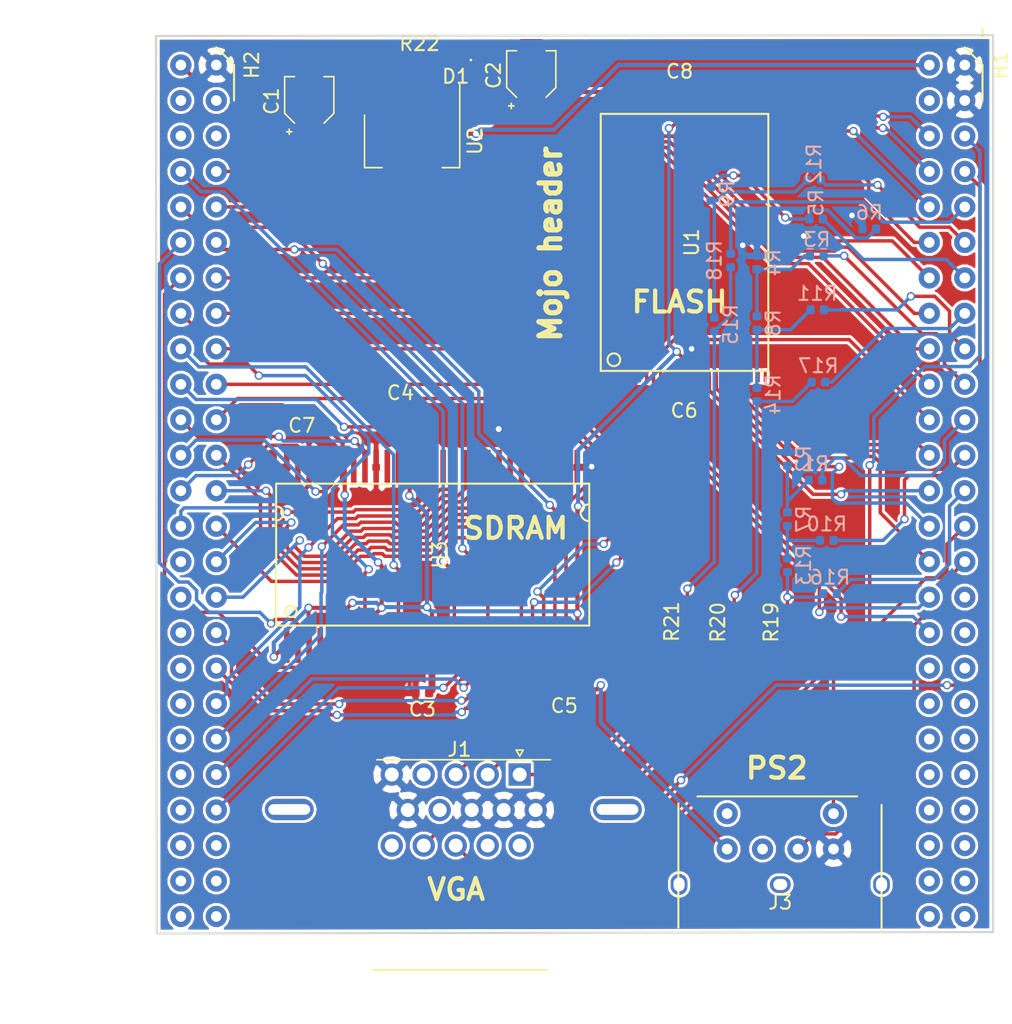
<source format=kicad_pcb>
(kicad_pcb (version 20171130) (host pcbnew 5.0.0-rc2+dfsg1-3)
  (layers (0 F.Cu signal) (31 B.Cu signal) (34 B.Paste user) (35 F.Paste user) (36 B.SilkS user) (37 F.SilkS user) (38 B.Mask user) (39 F.Mask user) (44 Edge.Cuts user))
  (net 0 "")
  (net 1 "Net-(H1-Pad36)")
  (net 2 "Net-(H1-Pad41)")
  (net 3 "Net-(H1-Pad42)")
  (net 4 3V3)
  (net 5 GND)
  (net 6 "Net-(H1-Pad38)")
  (net 7 "Net-(H1-Pad39)")
  (net 8 "Net-(H1-Pad40)")
  (net 9 "Net-(H1-Pad37)")
  (net 10 "Net-(H1-Pad28)")
  (net 11 "Net-(H1-Pad29)")
  (net 12 "Net-(H1-Pad30)")
  (net 13 "Net-(H1-Pad31)")
  (net 14 "Net-(H1-Pad32)")
  (net 15 "Net-(H1-Pad33)")
  (net 16 "Net-(H1-Pad34)")
  (net 17 "Net-(H1-Pad35)")
  (net 18 /VGA/VGA_HSYNC)
  (net 19 /VGA/VGA_VSYNC)
  (net 20 /VGA/VGA_B0)
  (net 21 /VGA/VGA_B1)
  (net 22 /VGA/VGA_B2)
  (net 23 /VGA/VGA_G0)
  (net 24 /VGA/VGA_G1)
  (net 25 /VGA/VGA_G2)
  (net 26 /VGA/VGA_R2)
  (net 27 /VGA/VGA_R1)
  (net 28 /VGA/VGA_R0)
  (net 29 /VGA/VGA_R_OUT)
  (net 30 /VGA/VGA_G_OUT)
  (net 31 /VGA/VGA_B_OUT)
  (net 32 "Net-(R1-Pad2)")
  (net 33 "Net-(R3-Pad2)")
  (net 34 "Net-(R5-Pad2)")
  (net 35 "Net-(R10-Pad2)")
  (net 36 "Net-(R11-Pad2)")
  (net 37 "Net-(R12-Pad2)")
  (net 38 "Net-(R13-Pad1)")
  (net 39 "Net-(R14-Pad1)")
  (net 40 "Net-(R15-Pad1)")
  (net 41 PS2_CLK)
  (net 42 PS2_DATA)
  (net 43 V_EXTERNAL)
  (net 44 "Net-(H2-Pad4)")
  (net 45 "Net-(H2-Pad5)")
  (net 46 "Net-(H2-Pad6)")
  (net 47 "Net-(H2-Pad7)")
  (net 48 "Net-(H2-Pad8)")
  (net 49 "Net-(H2-Pad9)")
  (net 50 "Net-(H2-Pad10)")
  (net 51 "Net-(H2-Pad11)")
  (net 52 "Net-(H2-Pad12)")
  (net 53 "Net-(H2-Pad13)")
  (net 54 "Net-(H2-Pad14)")
  (net 55 "Net-(H2-Pad15)")
  (net 56 "Net-(H2-Pad16)")
  (net 57 "Net-(H2-Pad17)")
  (net 58 "Net-(H2-Pad18)")
  (net 59 "Net-(H2-Pad19)")
  (net 60 "Net-(H2-Pad20)")
  (net 61 "Net-(H2-Pad21)")
  (net 62 "Net-(H2-Pad22)")
  (net 63 "Net-(H2-Pad29)")
  (net 64 "Net-(H2-Pad30)")
  (net 65 /DQ0)
  (net 66 /DQ1)
  (net 67 /DQ2)
  (net 68 /DQ3)
  (net 69 /DQ4)
  (net 70 /DQ5)
  (net 71 /DQ6)
  (net 72 /DQ7)
  (net 73 DQM)
  (net 74 "Net-(D1-Pad2)")
  (module Capacitor_SMD:C_0402_1005Metric (layer F.Cu) (at 113.815 117.602 180)
    (fp_text reference C7 (at 0 -1.17 180) (layer F.SilkS))
    (fp_text value C)
    (pad 1 smd roundrect (at -0.485 0 180) (size 0.59 0.64) (layers F.Cu F.Paste F.Mask) (net 4 3V3))
    (pad 2 smd roundrect (at 0.485 0 180) (size 0.59 0.64) (layers F.Cu F.Paste F.Mask) (net 5 GND))
  )
  (module Capacitor_SMD:C_0402_1005Metric (layer F.Cu) (at 120.881 117.602)
    (fp_text reference C4 (at 0 -1.17) (layer F.SilkS))
    (fp_text value C)
    (pad 2 smd roundrect (at 0.485 0) (size 0.59 0.64) (layers F.Cu F.Paste F.Mask) (net 5 GND))
    (pad 1 smd roundrect (at -0.485 0) (size 0.59 0.64) (layers F.Cu F.Paste F.Mask) (net 4 3V3))
  )
  (module Capacitor_SMD:C_0402_1005Metric (layer F.Cu) (at 141.201 118.872)
    (fp_text reference C6 (at 0 -1.17) (layer F.SilkS))
    (fp_text value C)
    (pad 2 smd roundrect (at 0.485 0) (size 0.59 0.64) (layers F.Cu F.Paste F.Mask) (net 5 GND))
    (pad 1 smd roundrect (at -0.485 0) (size 0.59 0.64) (layers F.Cu F.Paste F.Mask) (net 4 3V3))
  )
  (module memories:mini-DIN6 (layer F.Cu) (at 148.082 147.828 180)
    (fp_text reference J3 (at 0 -5.08 180) (layer F.SilkS))
    (fp_text value DIN-6)
    (pad 1 thru_hole circle (at -1.27 -1.27 180) (size 1.524 1.524) (drill 0.762) (layers *.Cu *.Mask) (net 42 PS2_DATA))
    (pad 3 thru_hole circle (at -3.81 -1.27 180) (size 1.524 1.524) (drill 0.762) (layers *.Cu *.Mask) (net 5 GND))
    (pad 2 thru_hole circle (at 1.27 -1.27 180) (size 1.524 1.524) (drill 0.762) (layers *.Cu *.Mask))
    (pad 4 thru_hole circle (at 3.81 -1.27 180) (size 1.524 1.524) (drill 0.762) (layers *.Cu *.Mask) (net 4 3V3))
    (pad 6 thru_hole circle (at 3.81 1.27 180) (size 1.524 1.524) (drill 0.762) (layers *.Cu *.Mask))
    (pad 5 thru_hole circle (at -3.81 1.27 180) (size 1.524 1.524) (drill 0.762) (layers *.Cu *.Mask) (net 41 PS2_CLK))
    (pad "" thru_hole oval (at 0 -3.81 180) (size 1.5 1.2) (drill oval 1 0.8) (layers *.Cu *.Mask))
    (pad "" thru_hole oval (at 7.25 -3.8 180) (size 1.2 1.5) (drill oval 0.8 1) (layers *.Cu *.Mask))
    (pad "" thru_hole oval (at -7.25 -3.81 180) (size 1.2 1.4) (drill oval 0.8 1) (layers *.Cu *.Mask))
  )
  (module memories:NAND512 (layer F.Cu) (at 141.224 105.664 90)
    (fp_text reference U1 (at 0 0.51 90) (layer F.SilkS))
    (fp_text value NAND512)
    (pad 1 smd rect (at -9.6 -5.72 90) (size 0.8 0.22) (layers F.Cu F.Paste F.Mask))
    (pad 2 smd rect (at -9.6 -5.22 90) (size 0.8 0.22) (layers F.Cu F.Paste F.Mask))
    (pad 3 smd rect (at -9.6 -4.72 90) (size 0.8 0.22) (layers F.Cu F.Paste F.Mask))
    (pad 4 smd rect (at -9.6 -4.22 90) (size 0.8 0.22) (layers F.Cu F.Paste F.Mask))
    (pad 5 smd rect (at -9.6 -3.72 90) (size 0.8 0.22) (layers F.Cu F.Paste F.Mask))
    (pad 6 smd rect (at -9.6 -3.22 90) (size 0.8 0.22) (layers F.Cu F.Paste F.Mask))
    (pad 7 smd rect (at -9.6 -2.72 90) (size 0.8 0.22) (layers F.Cu F.Paste F.Mask) (net 1 "Net-(H1-Pad36)"))
    (pad 8 smd rect (at -9.6 -2.22 90) (size 0.8 0.22) (layers F.Cu F.Paste F.Mask) (net 2 "Net-(H1-Pad41)"))
    (pad 9 smd rect (at -9.6 -1.72 90) (size 0.8 0.22) (layers F.Cu F.Paste F.Mask) (net 3 "Net-(H1-Pad42)"))
    (pad 10 smd rect (at -9.6 -1.22 90) (size 0.8 0.22) (layers F.Cu F.Paste F.Mask))
    (pad 11 smd rect (at -9.6 -0.72 90) (size 0.8 0.22) (layers F.Cu F.Paste F.Mask))
    (pad 12 smd rect (at -9.6 -0.22 90) (size 0.8 0.22) (layers F.Cu F.Paste F.Mask) (net 4 3V3))
    (pad 13 smd rect (at -9.6 0.28 90) (size 0.8 0.22) (layers F.Cu F.Paste F.Mask) (net 5 GND))
    (pad 14 smd rect (at -9.6 0.78 90) (size 0.8 0.22) (layers F.Cu F.Paste F.Mask))
    (pad 15 smd rect (at -9.6 1.28 90) (size 0.8 0.22) (layers F.Cu F.Paste F.Mask))
    (pad 16 smd rect (at -9.6 1.78 90) (size 0.8 0.22) (layers F.Cu F.Paste F.Mask) (net 6 "Net-(H1-Pad38)"))
    (pad 17 smd rect (at -9.6 2.28 90) (size 0.8 0.22) (layers F.Cu F.Paste F.Mask) (net 7 "Net-(H1-Pad39)"))
    (pad 18 smd rect (at -9.6 2.78 90) (size 0.8 0.22) (layers F.Cu F.Paste F.Mask) (net 8 "Net-(H1-Pad40)"))
    (pad 19 smd rect (at -9.6 3.28 90) (size 0.8 0.22) (layers F.Cu F.Paste F.Mask) (net 9 "Net-(H1-Pad37)"))
    (pad 20 smd rect (at -9.6 3.78 90) (size 0.8 0.22) (layers F.Cu F.Paste F.Mask))
    (pad 21 smd rect (at -9.6 4.28 90) (size 0.8 0.22) (layers F.Cu F.Paste F.Mask))
    (pad 22 smd rect (at -9.6 4.78 90) (size 0.8 0.22) (layers F.Cu F.Paste F.Mask))
    (pad 23 smd rect (at -9.6 5.28 90) (size 0.8 0.22) (layers F.Cu F.Paste F.Mask))
    (pad 24 smd rect (at -9.6 5.78 90) (size 0.8 0.22) (layers F.Cu F.Paste F.Mask))
    (pad 25 smd rect (at 9.6 5.78 90) (size 0.8 0.22) (layers F.Cu F.Paste F.Mask))
    (pad 26 smd rect (at 9.6 5.28 90) (size 0.8 0.22) (layers F.Cu F.Paste F.Mask))
    (pad 27 smd rect (at 9.6 4.78 90) (size 0.8 0.22) (layers F.Cu F.Paste F.Mask))
    (pad 28 smd rect (at 9.6 4.28 90) (size 0.8 0.22) (layers F.Cu F.Paste F.Mask))
    (pad 29 smd rect (at 9.6 3.78 90) (size 0.8 0.22) (layers F.Cu F.Paste F.Mask) (net 10 "Net-(H1-Pad28)"))
    (pad 30 smd rect (at 9.6 3.28 90) (size 0.8 0.22) (layers F.Cu F.Paste F.Mask) (net 11 "Net-(H1-Pad29)"))
    (pad 31 smd rect (at 9.6 2.78 90) (size 0.8 0.22) (layers F.Cu F.Paste F.Mask) (net 12 "Net-(H1-Pad30)"))
    (pad 32 smd rect (at 9.6 2.28 90) (size 0.8 0.22) (layers F.Cu F.Paste F.Mask) (net 13 "Net-(H1-Pad31)"))
    (pad 33 smd rect (at 9.6 1.78 90) (size 0.8 0.22) (layers F.Cu F.Paste F.Mask))
    (pad 34 smd rect (at 9.6 1.28 90) (size 0.8 0.22) (layers F.Cu F.Paste F.Mask))
    (pad 35 smd rect (at 9.6 0.78 90) (size 0.8 0.22) (layers F.Cu F.Paste F.Mask))
    (pad 36 smd rect (at 9.6 0.28 90) (size 0.8 0.22) (layers F.Cu F.Paste F.Mask) (net 5 GND))
    (pad 37 smd rect (at 9.6 -0.22 90) (size 0.8 0.22) (layers F.Cu F.Paste F.Mask) (net 4 3V3))
    (pad 38 smd rect (at 9.6 -0.72 90) (size 0.8 0.22) (layers F.Cu F.Paste F.Mask))
    (pad 39 smd rect (at 9.6 -1.22 90) (size 0.8 0.22) (layers F.Cu F.Paste F.Mask))
    (pad 40 smd rect (at 9.6 -1.72 90) (size 0.8 0.22) (layers F.Cu F.Paste F.Mask))
    (pad 41 smd rect (at 9.6 -2.22 90) (size 0.8 0.22) (layers F.Cu F.Paste F.Mask) (net 14 "Net-(H1-Pad32)"))
    (pad 42 smd rect (at 9.6 -2.72 90) (size 0.8 0.22) (layers F.Cu F.Paste F.Mask) (net 15 "Net-(H1-Pad33)"))
    (pad 43 smd rect (at 9.6 -3.22 90) (size 0.8 0.22) (layers F.Cu F.Paste F.Mask) (net 16 "Net-(H1-Pad34)"))
    (pad 44 smd rect (at 9.6 -3.72 90) (size 0.8 0.22) (layers F.Cu F.Paste F.Mask) (net 17 "Net-(H1-Pad35)"))
    (pad 45 smd rect (at 9.6 -4.22 90) (size 0.8 0.22) (layers F.Cu F.Paste F.Mask))
    (pad 46 smd rect (at 9.6 -4.72 90) (size 0.8 0.22) (layers F.Cu F.Paste F.Mask))
    (pad 47 smd rect (at 9.6 -5.22 90) (size 0.8 0.22) (layers F.Cu F.Paste F.Mask))
    (pad 48 smd rect (at 9.6 -5.72 90) (size 0.8 0.22) (layers F.Cu F.Paste F.Mask))
  )
  (module memories:mojo_header (layer F.Cu) (at 146.05 100.584)
    (fp_text reference H1 (at 17.78 -7.62 90) (layer F.SilkS))
    (fp_text value Header)
    (pad 1 thru_hole circle (at 15.24 -7.62) (size 1.524 1.524) (drill 0.762) (layers *.Cu *.Mask) (net 5 GND))
    (pad 2 thru_hole circle (at 15.24 -5.08) (size 1.524 1.524) (drill 0.762) (layers *.Cu *.Mask) (net 5 GND))
    (pad 3 thru_hole circle (at 15.24 -2.54) (size 1.524 1.524) (drill 0.762) (layers *.Cu *.Mask) (net 18 /VGA/VGA_HSYNC))
    (pad 4 thru_hole circle (at 15.24 0) (size 1.524 1.524) (drill 0.762) (layers *.Cu *.Mask) (net 19 /VGA/VGA_VSYNC))
    (pad 5 thru_hole circle (at 15.24 2.54) (size 1.524 1.524) (drill 0.762) (layers *.Cu *.Mask) (net 20 /VGA/VGA_B0))
    (pad 6 thru_hole circle (at 15.24 5.08) (size 1.524 1.524) (drill 0.762) (layers *.Cu *.Mask) (net 21 /VGA/VGA_B1))
    (pad 7 thru_hole circle (at 15.24 7.62) (size 1.524 1.524) (drill 0.762) (layers *.Cu *.Mask) (net 22 /VGA/VGA_B2))
    (pad 8 thru_hole circle (at 15.24 10.16) (size 1.524 1.524) (drill 0.762) (layers *.Cu *.Mask) (net 23 /VGA/VGA_G0))
    (pad 9 thru_hole circle (at 15.24 12.7) (size 1.524 1.524) (drill 0.762) (layers *.Cu *.Mask) (net 24 /VGA/VGA_G1))
    (pad 10 thru_hole circle (at 15.24 15.24) (size 1.524 1.524) (drill 0.762) (layers *.Cu *.Mask) (net 25 /VGA/VGA_G2))
    (pad 11 thru_hole circle (at 15.24 17.78) (size 1.524 1.524) (drill 0.762) (layers *.Cu *.Mask) (net 26 /VGA/VGA_R2))
    (pad 12 thru_hole circle (at 15.24 20.32) (size 1.524 1.524) (drill 0.762) (layers *.Cu *.Mask) (net 27 /VGA/VGA_R1))
    (pad 13 thru_hole circle (at 15.24 22.86) (size 1.524 1.524) (drill 0.762) (layers *.Cu *.Mask) (net 28 /VGA/VGA_R0))
    (pad 14 thru_hole circle (at 15.24 25.4) (size 1.524 1.524) (drill 0.762) (layers *.Cu *.Mask) (net 41 PS2_CLK))
    (pad 15 thru_hole circle (at 15.24 27.94) (size 1.524 1.524) (drill 0.762) (layers *.Cu *.Mask) (net 42 PS2_DATA))
    (pad 16 thru_hole circle (at 15.24 30.48) (size 1.524 1.524) (drill 0.762) (layers *.Cu *.Mask))
    (pad 17 thru_hole circle (at 15.24 33.02) (size 1.524 1.524) (drill 0.762) (layers *.Cu *.Mask))
    (pad 18 thru_hole circle (at 15.24 35.56) (size 1.524 1.524) (drill 0.762) (layers *.Cu *.Mask))
    (pad 19 thru_hole circle (at 15.24 38.1) (size 1.524 1.524) (drill 0.762) (layers *.Cu *.Mask))
    (pad 20 thru_hole circle (at 15.24 40.64) (size 1.524 1.524) (drill 0.762) (layers *.Cu *.Mask))
    (pad 21 thru_hole circle (at 15.24 43.18) (size 1.524 1.524) (drill 0.762) (layers *.Cu *.Mask))
    (pad 22 thru_hole circle (at 15.24 45.72) (size 1.524 1.524) (drill 0.762) (layers *.Cu *.Mask))
    (pad 23 thru_hole circle (at 15.24 48.26) (size 1.524 1.524) (drill 0.762) (layers *.Cu *.Mask))
    (pad 24 thru_hole circle (at 15.24 50.8) (size 1.524 1.524) (drill 0.762) (layers *.Cu *.Mask))
    (pad 25 thru_hole circle (at 15.24 53.34) (size 1.524 1.524) (drill 0.762) (layers *.Cu *.Mask))
    (pad 26 thru_hole circle (at 12.7 -7.62) (size 1.524 1.524) (drill 0.762) (layers *.Cu *.Mask) (net 43 V_EXTERNAL))
    (pad 27 thru_hole circle (at 12.7 -5.08) (size 1.524 1.524) (drill 0.762) (layers *.Cu *.Mask))
    (pad 28 thru_hole circle (at 12.7 -2.54) (size 1.524 1.524) (drill 0.762) (layers *.Cu *.Mask) (net 10 "Net-(H1-Pad28)"))
    (pad 29 thru_hole circle (at 12.7 0) (size 1.524 1.524) (drill 0.762) (layers *.Cu *.Mask) (net 11 "Net-(H1-Pad29)"))
    (pad 30 thru_hole circle (at 12.7 2.54) (size 1.524 1.524) (drill 0.762) (layers *.Cu *.Mask) (net 12 "Net-(H1-Pad30)"))
    (pad 31 thru_hole circle (at 12.7 5.08) (size 1.524 1.524) (drill 0.762) (layers *.Cu *.Mask) (net 13 "Net-(H1-Pad31)"))
    (pad 32 thru_hole circle (at 12.7 7.62) (size 1.524 1.524) (drill 0.762) (layers *.Cu *.Mask) (net 14 "Net-(H1-Pad32)"))
    (pad 33 thru_hole circle (at 12.7 10.16) (size 1.524 1.524) (drill 0.762) (layers *.Cu *.Mask) (net 15 "Net-(H1-Pad33)"))
    (pad 34 thru_hole circle (at 12.7 12.7) (size 1.524 1.524) (drill 0.762) (layers *.Cu *.Mask) (net 16 "Net-(H1-Pad34)"))
    (pad 35 thru_hole circle (at 12.7 15.24) (size 1.524 1.524) (drill 0.762) (layers *.Cu *.Mask) (net 17 "Net-(H1-Pad35)"))
    (pad 36 thru_hole circle (at 12.7 17.78) (size 1.524 1.524) (drill 0.762) (layers *.Cu *.Mask) (net 1 "Net-(H1-Pad36)"))
    (pad 37 thru_hole circle (at 12.7 20.32) (size 1.524 1.524) (drill 0.762) (layers *.Cu *.Mask) (net 9 "Net-(H1-Pad37)"))
    (pad 38 thru_hole circle (at 12.7 22.86) (size 1.524 1.524) (drill 0.762) (layers *.Cu *.Mask) (net 6 "Net-(H1-Pad38)"))
    (pad 39 thru_hole circle (at 12.7 25.4) (size 1.524 1.524) (drill 0.762) (layers *.Cu *.Mask) (net 7 "Net-(H1-Pad39)"))
    (pad 40 thru_hole circle (at 12.7 27.94) (size 1.524 1.524) (drill 0.762) (layers *.Cu *.Mask) (net 8 "Net-(H1-Pad40)"))
    (pad 41 thru_hole circle (at 12.7 30.48) (size 1.524 1.524) (drill 0.762) (layers *.Cu *.Mask) (net 2 "Net-(H1-Pad41)"))
    (pad 42 thru_hole circle (at 12.7 33.02) (size 1.524 1.524) (drill 0.762) (layers *.Cu *.Mask) (net 3 "Net-(H1-Pad42)"))
    (pad 43 thru_hole circle (at 12.7 35.56) (size 1.524 1.524) (drill 0.762) (layers *.Cu *.Mask))
    (pad 44 thru_hole circle (at 12.7 38.1) (size 1.524 1.524) (drill 0.762) (layers *.Cu *.Mask))
    (pad 45 thru_hole circle (at 12.7 40.64) (size 1.524 1.524) (drill 0.762) (layers *.Cu *.Mask))
    (pad 46 thru_hole circle (at 12.7 43.18) (size 1.524 1.524) (drill 0.762) (layers *.Cu *.Mask))
    (pad 47 thru_hole circle (at 12.7 45.72) (size 1.524 1.524) (drill 0.762) (layers *.Cu *.Mask))
    (pad 48 thru_hole circle (at 12.7 48.26) (size 1.524 1.524) (drill 0.762) (layers *.Cu *.Mask))
    (pad 49 thru_hole circle (at 12.7 50.8) (size 1.524 1.524) (drill 0.762) (layers *.Cu *.Mask))
    (pad 50 thru_hole circle (at 12.7 53.34) (size 1.524 1.524) (drill 0.762) (layers *.Cu *.Mask))
  )
  (module Resistor_SMD:R_0402_1005Metric (layer B.Cu) (at 150.599 122.682 180)
    (fp_text reference R1 (at 0 1.17 180) (layer B.SilkS) (effects (justify mirror)))
    (fp_text value R)
    (pad 2 smd roundrect (at 0.485 0 180) (size 0.59 0.64) (layers B.Cu B.Paste B.Mask) (net 32 "Net-(R1-Pad2)"))
    (pad 1 smd roundrect (at -0.485 0 180) (size 0.59 0.64) (layers B.Cu B.Paste B.Mask) (net 26 /VGA/VGA_R2))
  )
  (module Resistor_SMD:R_0402_1005Metric (layer B.Cu) (at 148.59 121.158 90)
    (fp_text reference R2 (at 0 1.17 90) (layer B.SilkS) (effects (justify mirror)))
    (fp_text value R)
    (pad 1 smd roundrect (at -0.485 0 90) (size 0.59 0.64) (layers B.Cu B.Paste B.Mask) (net 32 "Net-(R1-Pad2)"))
    (pad 2 smd roundrect (at 0.485 0 90) (size 0.59 0.64) (layers B.Cu B.Paste B.Mask) (net 5 GND))
  )
  (module Resistor_SMD:R_0402_1005Metric (layer B.Cu) (at 150.6958 106.6292 180)
    (fp_text reference R3 (at 0 1.17 180) (layer B.SilkS) (effects (justify mirror)))
    (fp_text value R)
    (pad 1 smd roundrect (at -0.485 0 180) (size 0.59 0.64) (layers B.Cu B.Paste B.Mask) (net 25 /VGA/VGA_G2))
    (pad 2 smd roundrect (at 0.485 0 180) (size 0.59 0.64) (layers B.Cu B.Paste B.Mask) (net 33 "Net-(R3-Pad2)"))
  )
  (module Resistor_SMD:R_0402_1005Metric (layer B.Cu) (at 146.4056 107.1094 90)
    (fp_text reference R4 (at 0 1.17 90) (layer B.SilkS) (effects (justify mirror)))
    (fp_text value R)
    (pad 2 smd roundrect (at 0.485 0 90) (size 0.59 0.64) (layers B.Cu B.Paste B.Mask) (net 5 GND))
    (pad 1 smd roundrect (at -0.485 0 90) (size 0.59 0.64) (layers B.Cu B.Paste B.Mask) (net 33 "Net-(R3-Pad2)"))
  )
  (module Resistor_SMD:R_0402_1005Metric (layer B.Cu) (at 150.645 103.9876 180)
    (fp_text reference R5 (at 0 1.17 270) (layer B.SilkS) (effects (justify mirror)))
    (fp_text value R)
    (pad 1 smd roundrect (at -0.485 0 180) (size 0.59 0.64) (layers B.Cu B.Paste B.Mask) (net 22 /VGA/VGA_B2))
    (pad 2 smd roundrect (at 0.485 0 180) (size 0.59 0.64) (layers B.Cu B.Paste B.Mask) (net 34 "Net-(R5-Pad2)"))
  )
  (module Resistor_SMD:R_0402_1005Metric (layer B.Cu) (at 154.455 104.6988 180)
    (fp_text reference R6 (at 0 1.17 180) (layer B.SilkS) (effects (justify mirror)))
    (fp_text value R)
    (pad 2 smd roundrect (at 0.485 0 180) (size 0.59 0.64) (layers B.Cu B.Paste B.Mask) (net 5 GND))
    (pad 1 smd roundrect (at -0.485 0 180) (size 0.59 0.64) (layers B.Cu B.Paste B.Mask) (net 34 "Net-(R5-Pad2)"))
  )
  (module Resistor_SMD:R_0402_1005Metric (layer B.Cu) (at 148.59 125.476 90)
    (fp_text reference R7 (at 0 1.17 90) (layer B.SilkS) (effects (justify mirror)))
    (fp_text value R)
    (pad 1 smd roundrect (at -0.485 0 90) (size 0.59 0.64) (layers B.Cu B.Paste B.Mask) (net 35 "Net-(R10-Pad2)"))
    (pad 2 smd roundrect (at 0.485 0 90) (size 0.59 0.64) (layers B.Cu B.Paste B.Mask) (net 32 "Net-(R1-Pad2)"))
  )
  (module Resistor_SMD:R_0402_1005Metric (layer B.Cu) (at 146.4056 111.4322 90)
    (fp_text reference R8 (at 0 1.17 90) (layer B.SilkS) (effects (justify mirror)))
    (fp_text value R)
    (pad 1 smd roundrect (at -0.485 0 90) (size 0.59 0.64) (layers B.Cu B.Paste B.Mask) (net 36 "Net-(R11-Pad2)"))
    (pad 2 smd roundrect (at 0.485 0 90) (size 0.59 0.64) (layers B.Cu B.Paste B.Mask) (net 33 "Net-(R3-Pad2)"))
  )
  (module Resistor_SMD:R_0402_1005Metric (layer B.Cu) (at 143.1036 102.1866 90)
    (fp_text reference R9 (at 0 1.17 90) (layer B.SilkS) (effects (justify mirror)))
    (fp_text value R)
    (pad 2 smd roundrect (at 0.485 0 90) (size 0.59 0.64) (layers B.Cu B.Paste B.Mask) (net 34 "Net-(R5-Pad2)"))
    (pad 1 smd roundrect (at -0.485 0 90) (size 0.59 0.64) (layers B.Cu B.Paste B.Mask) (net 37 "Net-(R12-Pad2)"))
  )
  (module Resistor_SMD:R_0402_1005Metric (layer B.Cu) (at 151.407 127 180)
    (fp_text reference R10 (at 0 1.17 180) (layer B.SilkS) (effects (justify mirror)))
    (fp_text value R)
    (pad 2 smd roundrect (at 0.485 0 180) (size 0.59 0.64) (layers B.Cu B.Paste B.Mask) (net 35 "Net-(R10-Pad2)"))
    (pad 1 smd roundrect (at -0.485 0 180) (size 0.59 0.64) (layers B.Cu B.Paste B.Mask) (net 27 /VGA/VGA_R1))
  )
  (module Resistor_SMD:R_0402_1005Metric (layer B.Cu) (at 150.7236 110.49 180)
    (fp_text reference R11 (at 0 1.17 180) (layer B.SilkS) (effects (justify mirror)))
    (fp_text value R)
    (pad 2 smd roundrect (at 0.485 0 180) (size 0.59 0.64) (layers B.Cu B.Paste B.Mask) (net 36 "Net-(R11-Pad2)"))
    (pad 1 smd roundrect (at -0.485 0 180) (size 0.59 0.64) (layers B.Cu B.Paste B.Mask) (net 24 /VGA/VGA_G1))
  )
  (module Resistor_SMD:R_0402_1005Metric (layer B.Cu) (at 150.4974 101.1936 180)
    (fp_text reference R12 (at 0 1.17 270) (layer B.SilkS) (effects (justify mirror)))
    (fp_text value R)
    (pad 1 smd roundrect (at -0.485 0 180) (size 0.59 0.64) (layers B.Cu B.Paste B.Mask) (net 21 /VGA/VGA_B1))
    (pad 2 smd roundrect (at 0.485 0 180) (size 0.59 0.64) (layers B.Cu B.Paste B.Mask) (net 37 "Net-(R12-Pad2)"))
  )
  (module Resistor_SMD:R_0402_1005Metric (layer B.Cu) (at 148.59 128.778 90)
    (fp_text reference R13 (at 0 1.17 90) (layer B.SilkS) (effects (justify mirror)))
    (fp_text value R)
    (pad 1 smd roundrect (at -0.485 0 90) (size 0.59 0.64) (layers B.Cu B.Paste B.Mask) (net 38 "Net-(R13-Pad1)"))
    (pad 2 smd roundrect (at 0.485 0 90) (size 0.59 0.64) (layers B.Cu B.Paste B.Mask) (net 35 "Net-(R10-Pad2)"))
  )
  (module Resistor_SMD:R_0402_1005Metric (layer B.Cu) (at 146.4056 116.5582 90)
    (fp_text reference R14 (at 0 1.17 90) (layer B.SilkS) (effects (justify mirror)))
    (fp_text value R)
    (pad 1 smd roundrect (at -0.485 0 90) (size 0.59 0.64) (layers B.Cu B.Paste B.Mask) (net 39 "Net-(R14-Pad1)"))
    (pad 2 smd roundrect (at 0.485 0 90) (size 0.59 0.64) (layers B.Cu B.Paste B.Mask) (net 36 "Net-(R11-Pad2)"))
  )
  (module Resistor_SMD:R_0402_1005Metric (layer B.Cu) (at 143.3576 111.5338 90)
    (fp_text reference R15 (at 0 1.17 90) (layer B.SilkS) (effects (justify mirror)))
    (fp_text value R)
    (pad 2 smd roundrect (at 0.485 0 90) (size 0.59 0.64) (layers B.Cu B.Paste B.Mask) (net 37 "Net-(R12-Pad2)"))
    (pad 1 smd roundrect (at -0.485 0 90) (size 0.59 0.64) (layers B.Cu B.Paste B.Mask) (net 40 "Net-(R15-Pad1)"))
  )
  (module Resistor_SMD:R_0402_1005Metric (layer B.Cu) (at 151.638 130.81 180)
    (fp_text reference R16 (at 0 1.17 180) (layer B.SilkS) (effects (justify mirror)))
    (fp_text value R)
    (pad 1 smd roundrect (at -0.485 0 180) (size 0.59 0.64) (layers B.Cu B.Paste B.Mask) (net 28 /VGA/VGA_R0))
    (pad 2 smd roundrect (at 0.485 0 180) (size 0.59 0.64) (layers B.Cu B.Paste B.Mask) (net 38 "Net-(R13-Pad1)"))
  )
  (module Resistor_SMD:R_0402_1005Metric (layer B.Cu) (at 150.8022 115.6716 180)
    (fp_text reference R17 (at 0 1.17 180) (layer B.SilkS) (effects (justify mirror)))
    (fp_text value R)
    (pad 1 smd roundrect (at -0.485 0 180) (size 0.59 0.64) (layers B.Cu B.Paste B.Mask) (net 23 /VGA/VGA_G0))
    (pad 2 smd roundrect (at 0.485 0 180) (size 0.59 0.64) (layers B.Cu B.Paste B.Mask) (net 39 "Net-(R14-Pad1)"))
  )
  (module Resistor_SMD:R_0402_1005Metric (layer B.Cu) (at 144.526 106.957 270)
    (fp_text reference R18 (at 0 1.17 270) (layer B.SilkS) (effects (justify mirror)))
    (fp_text value R)
    (pad 2 smd roundrect (at 0.485 0 270) (size 0.59 0.64) (layers B.Cu B.Paste B.Mask) (net 40 "Net-(R15-Pad1)"))
    (pad 1 smd roundrect (at -0.485 0 270) (size 0.59 0.64) (layers B.Cu B.Paste B.Mask) (net 20 /VGA/VGA_B0))
  )
  (module Resistor_SMD:R_0402_1005Metric (layer F.Cu) (at 148.59 132.865 90)
    (fp_text reference R19 (at 0 -1.17 90) (layer F.SilkS))
    (fp_text value R)
    (pad 2 smd roundrect (at 0.485 0 90) (size 0.59 0.64) (layers F.Cu F.Paste F.Mask) (net 38 "Net-(R13-Pad1)"))
    (pad 1 smd roundrect (at -0.485 0 90) (size 0.59 0.64) (layers F.Cu F.Paste F.Mask) (net 29 /VGA/VGA_R_OUT))
  )
  (module Resistor_SMD:R_0402_1005Metric (layer F.Cu) (at 144.78 132.865 90)
    (fp_text reference R20 (at 0 -1.17 90) (layer F.SilkS))
    (fp_text value R)
    (pad 2 smd roundrect (at 0.485 0 90) (size 0.59 0.64) (layers F.Cu F.Paste F.Mask) (net 39 "Net-(R14-Pad1)"))
    (pad 1 smd roundrect (at -0.485 0 90) (size 0.59 0.64) (layers F.Cu F.Paste F.Mask) (net 30 /VGA/VGA_G_OUT))
  )
  (module Resistor_SMD:R_0402_1005Metric (layer F.Cu) (at 141.478 132.819 90)
    (fp_text reference R21 (at 0 -1.17 90) (layer F.SilkS))
    (fp_text value R)
    (pad 1 smd roundrect (at -0.485 0 90) (size 0.59 0.64) (layers F.Cu F.Paste F.Mask) (net 31 /VGA/VGA_B_OUT))
    (pad 2 smd roundrect (at 0.485 0 90) (size 0.59 0.64) (layers F.Cu F.Paste F.Mask) (net 40 "Net-(R15-Pad1)"))
  )
  (module memories:mojo_header (layer F.Cu) (at 92.456 100.584)
    (fp_text reference H2 (at 17.78 -7.62 90) (layer F.SilkS))
    (fp_text value mojo_header_lower)
    (pad 1 thru_hole circle (at 15.24 -7.62) (size 1.524 1.524) (drill 0.762) (layers *.Cu *.Mask) (net 5 GND))
    (pad 2 thru_hole circle (at 15.24 -5.08) (size 1.524 1.524) (drill 0.762) (layers *.Cu *.Mask))
    (pad 3 thru_hole circle (at 15.24 -2.54) (size 1.524 1.524) (drill 0.762) (layers *.Cu *.Mask))
    (pad 4 thru_hole circle (at 15.24 0) (size 1.524 1.524) (drill 0.762) (layers *.Cu *.Mask) (net 44 "Net-(H2-Pad4)"))
    (pad 5 thru_hole circle (at 15.24 2.54) (size 1.524 1.524) (drill 0.762) (layers *.Cu *.Mask) (net 45 "Net-(H2-Pad5)"))
    (pad 6 thru_hole circle (at 15.24 5.08) (size 1.524 1.524) (drill 0.762) (layers *.Cu *.Mask) (net 46 "Net-(H2-Pad6)"))
    (pad 7 thru_hole circle (at 15.24 7.62) (size 1.524 1.524) (drill 0.762) (layers *.Cu *.Mask) (net 47 "Net-(H2-Pad7)"))
    (pad 8 thru_hole circle (at 15.24 10.16) (size 1.524 1.524) (drill 0.762) (layers *.Cu *.Mask) (net 48 "Net-(H2-Pad8)"))
    (pad 9 thru_hole circle (at 15.24 12.7) (size 1.524 1.524) (drill 0.762) (layers *.Cu *.Mask) (net 49 "Net-(H2-Pad9)"))
    (pad 10 thru_hole circle (at 15.24 15.24) (size 1.524 1.524) (drill 0.762) (layers *.Cu *.Mask) (net 50 "Net-(H2-Pad10)"))
    (pad 11 thru_hole circle (at 15.24 17.78) (size 1.524 1.524) (drill 0.762) (layers *.Cu *.Mask) (net 51 "Net-(H2-Pad11)"))
    (pad 12 thru_hole circle (at 15.24 20.32) (size 1.524 1.524) (drill 0.762) (layers *.Cu *.Mask) (net 52 "Net-(H2-Pad12)"))
    (pad 13 thru_hole circle (at 15.24 22.86) (size 1.524 1.524) (drill 0.762) (layers *.Cu *.Mask) (net 53 "Net-(H2-Pad13)"))
    (pad 14 thru_hole circle (at 15.24 25.4) (size 1.524 1.524) (drill 0.762) (layers *.Cu *.Mask) (net 54 "Net-(H2-Pad14)"))
    (pad 15 thru_hole circle (at 15.24 27.94) (size 1.524 1.524) (drill 0.762) (layers *.Cu *.Mask) (net 55 "Net-(H2-Pad15)"))
    (pad 16 thru_hole circle (at 15.24 30.48) (size 1.524 1.524) (drill 0.762) (layers *.Cu *.Mask) (net 56 "Net-(H2-Pad16)"))
    (pad 17 thru_hole circle (at 15.24 33.02) (size 1.524 1.524) (drill 0.762) (layers *.Cu *.Mask) (net 57 "Net-(H2-Pad17)"))
    (pad 18 thru_hole circle (at 15.24 35.56) (size 1.524 1.524) (drill 0.762) (layers *.Cu *.Mask) (net 58 "Net-(H2-Pad18)"))
    (pad 19 thru_hole circle (at 15.24 38.1) (size 1.524 1.524) (drill 0.762) (layers *.Cu *.Mask) (net 59 "Net-(H2-Pad19)"))
    (pad 20 thru_hole circle (at 15.24 40.64) (size 1.524 1.524) (drill 0.762) (layers *.Cu *.Mask) (net 60 "Net-(H2-Pad20)"))
    (pad 21 thru_hole circle (at 15.24 43.18) (size 1.524 1.524) (drill 0.762) (layers *.Cu *.Mask) (net 61 "Net-(H2-Pad21)"))
    (pad 22 thru_hole circle (at 15.24 45.72) (size 1.524 1.524) (drill 0.762) (layers *.Cu *.Mask) (net 62 "Net-(H2-Pad22)"))
    (pad 23 thru_hole circle (at 15.24 48.26) (size 1.524 1.524) (drill 0.762) (layers *.Cu *.Mask))
    (pad 24 thru_hole circle (at 15.24 50.8) (size 1.524 1.524) (drill 0.762) (layers *.Cu *.Mask))
    (pad 25 thru_hole circle (at 15.24 53.34) (size 1.524 1.524) (drill 0.762) (layers *.Cu *.Mask))
    (pad 26 thru_hole circle (at 12.7 -7.62) (size 1.524 1.524) (drill 0.762) (layers *.Cu *.Mask) (net 43 V_EXTERNAL))
    (pad 27 thru_hole circle (at 12.7 -5.08) (size 1.524 1.524) (drill 0.762) (layers *.Cu *.Mask))
    (pad 28 thru_hole circle (at 12.7 -2.54) (size 1.524 1.524) (drill 0.762) (layers *.Cu *.Mask))
    (pad 29 thru_hole circle (at 12.7 0) (size 1.524 1.524) (drill 0.762) (layers *.Cu *.Mask) (net 63 "Net-(H2-Pad29)"))
    (pad 30 thru_hole circle (at 12.7 2.54) (size 1.524 1.524) (drill 0.762) (layers *.Cu *.Mask) (net 64 "Net-(H2-Pad30)"))
    (pad 31 thru_hole circle (at 12.7 5.08) (size 1.524 1.524) (drill 0.762) (layers *.Cu *.Mask) (net 65 /DQ0))
    (pad 32 thru_hole circle (at 12.7 7.62) (size 1.524 1.524) (drill 0.762) (layers *.Cu *.Mask) (net 66 /DQ1))
    (pad 33 thru_hole circle (at 12.7 10.16) (size 1.524 1.524) (drill 0.762) (layers *.Cu *.Mask) (net 67 /DQ2))
    (pad 34 thru_hole circle (at 12.7 12.7) (size 1.524 1.524) (drill 0.762) (layers *.Cu *.Mask) (net 68 /DQ3))
    (pad 35 thru_hole circle (at 12.7 15.24) (size 1.524 1.524) (drill 0.762) (layers *.Cu *.Mask) (net 69 /DQ4))
    (pad 36 thru_hole circle (at 12.7 17.78) (size 1.524 1.524) (drill 0.762) (layers *.Cu *.Mask) (net 70 /DQ5))
    (pad 37 thru_hole circle (at 12.7 20.32) (size 1.524 1.524) (drill 0.762) (layers *.Cu *.Mask) (net 71 /DQ6))
    (pad 38 thru_hole circle (at 12.7 22.86) (size 1.524 1.524) (drill 0.762) (layers *.Cu *.Mask) (net 72 /DQ7))
    (pad 39 thru_hole circle (at 12.7 25.4) (size 1.524 1.524) (drill 0.762) (layers *.Cu *.Mask) (net 73 DQM))
    (pad 40 thru_hole circle (at 12.7 27.94) (size 1.524 1.524) (drill 0.762) (layers *.Cu *.Mask))
    (pad 41 thru_hole circle (at 12.7 30.48) (size 1.524 1.524) (drill 0.762) (layers *.Cu *.Mask))
    (pad 42 thru_hole circle (at 12.7 33.02) (size 1.524 1.524) (drill 0.762) (layers *.Cu *.Mask))
    (pad 43 thru_hole circle (at 12.7 35.56) (size 1.524 1.524) (drill 0.762) (layers *.Cu *.Mask))
    (pad 44 thru_hole circle (at 12.7 38.1) (size 1.524 1.524) (drill 0.762) (layers *.Cu *.Mask))
    (pad 45 thru_hole circle (at 12.7 40.64) (size 1.524 1.524) (drill 0.762) (layers *.Cu *.Mask))
    (pad 46 thru_hole circle (at 12.7 43.18) (size 1.524 1.524) (drill 0.762) (layers *.Cu *.Mask))
    (pad 47 thru_hole circle (at 12.7 45.72) (size 1.524 1.524) (drill 0.762) (layers *.Cu *.Mask))
    (pad 48 thru_hole circle (at 12.7 48.26) (size 1.524 1.524) (drill 0.762) (layers *.Cu *.Mask))
    (pad 49 thru_hole circle (at 12.7 50.8) (size 1.524 1.524) (drill 0.762) (layers *.Cu *.Mask))
    (pad 50 thru_hole circle (at 12.7 53.34) (size 1.524 1.524) (drill 0.762) (layers *.Cu *.Mask))
  )
  (module memories:TSOP_54 (layer F.Cu) (at 123.19 128.016 90)
    (fp_text reference U3 (at 0 0.5 90) (layer F.SilkS))
    (fp_text value MT48LC32M8A2)
    (pad 1 smd rect (at -6.5 -10.45 90) (size 2.5 0.4) (layers F.Cu F.Paste F.Mask) (net 4 3V3))
    (pad 2 smd rect (at -6.5 -9.65 90) (size 2.5 0.4) (layers F.Cu F.Paste F.Mask) (net 65 /DQ0))
    (pad 3 smd rect (at -6.5 -8.85 90) (size 2.5 0.4) (layers F.Cu F.Paste F.Mask) (net 4 3V3))
    (pad 4 smd rect (at -6.5 -8.05 90) (size 2.5 0.4) (layers F.Cu F.Paste F.Mask))
    (pad 5 smd rect (at -6.5 -7.25 90) (size 2.5 0.4) (layers F.Cu F.Paste F.Mask) (net 66 /DQ1))
    (pad 6 smd rect (at -6.5 -6.45 90) (size 2.5 0.4) (layers F.Cu F.Paste F.Mask) (net 5 GND))
    (pad 7 smd rect (at -6.5 -5.65 90) (size 2.5 0.4) (layers F.Cu F.Paste F.Mask))
    (pad 8 smd rect (at -6.5 -4.85 90) (size 2.5 0.4) (layers F.Cu F.Paste F.Mask) (net 67 /DQ2))
    (pad 9 smd rect (at -6.5 -4.05 90) (size 2.5 0.4) (layers F.Cu F.Paste F.Mask) (net 4 3V3))
    (pad 10 smd rect (at -6.5 -3.25 90) (size 2.5 0.4) (layers F.Cu F.Paste F.Mask))
    (pad 11 smd rect (at -6.5 -2.45 90) (size 2.5 0.4) (layers F.Cu F.Paste F.Mask) (net 68 /DQ3))
    (pad 12 smd rect (at -6.5 -1.65 90) (size 2.5 0.4) (layers F.Cu F.Paste F.Mask) (net 5 GND))
    (pad 13 smd rect (at -6.5 -0.85 90) (size 2.5 0.4) (layers F.Cu F.Paste F.Mask))
    (pad 14 smd rect (at -6.5 -0.05 90) (size 2.5 0.4) (layers F.Cu F.Paste F.Mask) (net 4 3V3))
    (pad 15 smd rect (at -6.5 0.75 90) (size 2.5 0.4) (layers F.Cu F.Paste F.Mask))
    (pad 16 smd rect (at -6.5 1.55 90) (size 2.5 0.4) (layers F.Cu F.Paste F.Mask) (net 63 "Net-(H2-Pad29)"))
    (pad 17 smd rect (at -6.5 2.35 90) (size 2.5 0.4) (layers F.Cu F.Paste F.Mask) (net 62 "Net-(H2-Pad22)"))
    (pad 18 smd rect (at -6.5 3.15 90) (size 2.5 0.4) (layers F.Cu F.Paste F.Mask) (net 61 "Net-(H2-Pad21)"))
    (pad 19 smd rect (at -6.5 3.95 90) (size 2.5 0.4) (layers F.Cu F.Paste F.Mask) (net 64 "Net-(H2-Pad30)"))
    (pad 20 smd rect (at -6.5 4.75 90) (size 2.5 0.4) (layers F.Cu F.Paste F.Mask) (net 57 "Net-(H2-Pad17)"))
    (pad 21 smd rect (at -6.5 5.55 90) (size 2.5 0.4) (layers F.Cu F.Paste F.Mask) (net 58 "Net-(H2-Pad18)"))
    (pad 22 smd rect (at -6.5 6.35 90) (size 2.5 0.4) (layers F.Cu F.Paste F.Mask) (net 54 "Net-(H2-Pad14)"))
    (pad 23 smd rect (at -6.5 7.15 90) (size 2.5 0.4) (layers F.Cu F.Paste F.Mask) (net 44 "Net-(H2-Pad4)"))
    (pad 24 smd rect (at -6.5 7.95 90) (size 2.5 0.4) (layers F.Cu F.Paste F.Mask) (net 45 "Net-(H2-Pad5)"))
    (pad 25 smd rect (at -6.5 8.75 90) (size 2.5 0.4) (layers F.Cu F.Paste F.Mask) (net 46 "Net-(H2-Pad6)"))
    (pad 26 smd rect (at -6.5 9.55 90) (size 2.5 0.4) (layers F.Cu F.Paste F.Mask) (net 47 "Net-(H2-Pad7)"))
    (pad 27 smd rect (at -6.5 10.35 90) (size 2.5 0.4) (layers F.Cu F.Paste F.Mask) (net 4 3V3))
    (pad 28 smd rect (at 6.25 10.35 90) (size 2.5 0.4) (layers F.Cu F.Paste F.Mask) (net 5 GND))
    (pad 29 smd rect (at 6.25 9.55 90) (size 2.5 0.4) (layers F.Cu F.Paste F.Mask) (net 48 "Net-(H2-Pad8)"))
    (pad 30 smd rect (at 6.25 8.75 90) (size 2.5 0.4) (layers F.Cu F.Paste F.Mask) (net 49 "Net-(H2-Pad9)"))
    (pad 31 smd rect (at 6.25 7.95 90) (size 2.5 0.4) (layers F.Cu F.Paste F.Mask) (net 50 "Net-(H2-Pad10)"))
    (pad 32 smd rect (at 6.25 7.15 90) (size 2.5 0.4) (layers F.Cu F.Paste F.Mask) (net 51 "Net-(H2-Pad11)"))
    (pad 33 smd rect (at 6.25 6.35 90) (size 2.5 0.4) (layers F.Cu F.Paste F.Mask) (net 52 "Net-(H2-Pad12)"))
    (pad 34 smd rect (at 6.25 5.55 90) (size 2.5 0.4) (layers F.Cu F.Paste F.Mask) (net 53 "Net-(H2-Pad13)"))
    (pad 35 smd rect (at 6.25 4.75 90) (size 2.5 0.4) (layers F.Cu F.Paste F.Mask) (net 55 "Net-(H2-Pad15)"))
    (pad 36 smd rect (at 6.25 3.95 90) (size 2.5 0.4) (layers F.Cu F.Paste F.Mask) (net 56 "Net-(H2-Pad16)"))
    (pad 37 smd rect (at 6.25 3.15 90) (size 2.5 0.4) (layers F.Cu F.Paste F.Mask) (net 60 "Net-(H2-Pad20)"))
    (pad 38 smd rect (at 6.25 2.35 90) (size 2.5 0.4) (layers F.Cu F.Paste F.Mask) (net 59 "Net-(H2-Pad19)"))
    (pad 39 smd rect (at 6.25 1.55 90) (size 2.5 0.4) (layers F.Cu F.Paste F.Mask) (net 73 DQM))
    (pad 40 smd rect (at 6.25 0.75 90) (size 2.5 0.4) (layers F.Cu F.Paste F.Mask))
    (pad 41 smd rect (at 6.25 -0.05 90) (size 2.5 0.4) (layers F.Cu F.Paste F.Mask) (net 5 GND))
    (pad 42 smd rect (at 6.25 -0.85 90) (size 2.5 0.4) (layers F.Cu F.Paste F.Mask))
    (pad 43 smd rect (at 6.25 -1.65 90) (size 2.5 0.4) (layers F.Cu F.Paste F.Mask) (net 4 3V3))
    (pad 44 smd rect (at 6.25 -2.45 90) (size 2.5 0.4) (layers F.Cu F.Paste F.Mask) (net 69 /DQ4))
    (pad 45 smd rect (at 6.25 -3.25 90) (size 2.5 0.4) (layers F.Cu F.Paste F.Mask))
    (pad 46 smd rect (at 6.25 -4.05 90) (size 2.5 0.4) (layers F.Cu F.Paste F.Mask) (net 5 GND))
    (pad 47 smd rect (at 6.25 -4.85 90) (size 2.5 0.4) (layers F.Cu F.Paste F.Mask) (net 70 /DQ5))
    (pad 48 smd rect (at 6.25 -5.65 90) (size 2.5 0.4) (layers F.Cu F.Paste F.Mask))
    (pad 49 smd rect (at 6.25 -6.45 90) (size 2.5 0.4) (layers F.Cu F.Paste F.Mask) (net 4 3V3))
    (pad 50 smd rect (at 6.25 -7.25 90) (size 2.5 0.4) (layers F.Cu F.Paste F.Mask) (net 71 /DQ6))
    (pad 51 smd rect (at 6.25 -8.05 90) (size 2.5 0.4) (layers F.Cu F.Paste F.Mask))
    (pad 52 smd rect (at 6.25 -8.85 90) (size 2.5 0.4) (layers F.Cu F.Paste F.Mask) (net 5 GND))
    (pad 53 smd rect (at 6.25 -9.65 90) (size 2.5 0.4) (layers F.Cu F.Paste F.Mask) (net 72 /DQ7))
    (pad 54 smd rect (at 6.25 -10.45 90) (size 2.5 0.4) (layers F.Cu F.Paste F.Mask) (net 5 GND))
  )
  (module Capacitor_SMD:CP_Elec_3x5.3 (layer F.Cu) (at 114.3508 95.5548 90)
    (fp_text reference C1 (at 0 -2.7 90) (layer F.SilkS))
    (fp_text value CP1)
    (pad 2 smd rect (at 1.5 0 90) (size 2.2 1.6) (layers F.Cu F.Paste F.Mask) (net 5 GND))
    (pad 1 smd rect (at -1.5 0 90) (size 2.2 1.6) (layers F.Cu F.Paste F.Mask) (net 43 V_EXTERNAL))
  )
  (module Capacitor_SMD:CP_Elec_3x5.3 (layer F.Cu) (at 130.2512 93.702 90)
    (fp_text reference C2 (at 0 -2.7 90) (layer F.SilkS))
    (fp_text value CP1)
    (pad 1 smd rect (at -1.5 0 90) (size 2.2 1.6) (layers F.Cu F.Paste F.Mask) (net 4 3V3))
    (pad 2 smd rect (at 1.5 0 90) (size 2.2 1.6) (layers F.Cu F.Paste F.Mask) (net 5 GND))
  )
  (module memories:DSUB-15-HD_Female (layer F.Cu) (at 129.419 143.764)
    (fp_text reference J1 (at -4.315 -1.8) (layer F.SilkS))
    (fp_text value DB15_Female_HighDensity)
    (pad 1 thru_hole rect (at 0 0) (size 1.6 1.6) (drill 1) (layers *.Cu *.Mask) (net 29 /VGA/VGA_R_OUT))
    (pad 2 thru_hole circle (at -2.29 0) (size 1.6 1.6) (drill 1) (layers *.Cu *.Mask) (net 30 /VGA/VGA_G_OUT))
    (pad 3 thru_hole circle (at -4.58 0) (size 1.6 1.6) (drill 1) (layers *.Cu *.Mask) (net 31 /VGA/VGA_B_OUT))
    (pad 4 thru_hole circle (at -6.87 0) (size 1.6 1.6) (drill 1) (layers *.Cu *.Mask))
    (pad 5 thru_hole circle (at -9.16 0) (size 1.6 1.6) (drill 1) (layers *.Cu *.Mask) (net 5 GND))
    (pad 6 thru_hole circle (at 1.145 2.54) (size 1.6 1.6) (drill 1) (layers *.Cu *.Mask) (net 5 GND))
    (pad 7 thru_hole circle (at -1.145 2.54) (size 1.6 1.6) (drill 1) (layers *.Cu *.Mask) (net 5 GND))
    (pad 8 thru_hole circle (at -3.435 2.54) (size 1.6 1.6) (drill 1) (layers *.Cu *.Mask) (net 5 GND))
    (pad 9 thru_hole circle (at -5.725 2.54) (size 1.6 1.6) (drill 1) (layers *.Cu *.Mask))
    (pad 10 thru_hole circle (at -8.015 2.54) (size 1.6 1.6) (drill 1) (layers *.Cu *.Mask) (net 5 GND))
    (pad 11 thru_hole circle (at 0 5.08) (size 1.6 1.6) (drill 1) (layers *.Cu *.Mask))
    (pad 12 thru_hole circle (at -2.29 5.08) (size 1.6 1.6) (drill 1) (layers *.Cu *.Mask))
    (pad 13 thru_hole circle (at -4.58 5.08) (size 1.6 1.6) (drill 1) (layers *.Cu *.Mask) (net 18 /VGA/VGA_HSYNC))
    (pad 14 thru_hole circle (at -6.87 5.08) (size 1.6 1.6) (drill 1) (layers *.Cu *.Mask) (net 19 /VGA/VGA_VSYNC))
    (pad 15 thru_hole circle (at -9.16 5.08) (size 1.6 1.6) (drill 1) (layers *.Cu *.Mask))
    (pad "" thru_hole oval (at 7 2.5) (size 3.5 1.524) (drill oval 3 0.762) (layers *.Cu *.Mask))
    (pad "" thru_hole oval (at -16.5 2.5) (size 3.5 1.524) (drill oval 3 0.762) (layers *.Cu *.Mask))
  )
  (module Capacitor_SMD:C_0402_1005Metric (layer F.Cu) (at 122.451 137.922 180)
    (fp_text reference C3 (at 0 -1.17 180) (layer F.SilkS))
    (fp_text value C)
    (pad 1 smd roundrect (at -0.485 0 180) (size 0.59 0.64) (layers F.Cu F.Paste F.Mask) (net 4 3V3))
    (pad 2 smd roundrect (at 0.485 0 180) (size 0.59 0.64) (layers F.Cu F.Paste F.Mask) (net 5 GND))
  )
  (module Capacitor_SMD:C_0402_1005Metric (layer F.Cu) (at 132.611 137.668 180)
    (fp_text reference C5 (at 0 -1.17 180) (layer F.SilkS))
    (fp_text value C)
    (pad 1 smd roundrect (at -0.485 0 180) (size 0.59 0.64) (layers F.Cu F.Paste F.Mask) (net 4 3V3))
    (pad 2 smd roundrect (at 0.485 0 180) (size 0.59 0.64) (layers F.Cu F.Paste F.Mask) (net 5 GND))
  )
  (module LED_SMD:LED_0402_1005Metric (layer F.Cu) (at 124.8386 92.6084 180)
    (fp_text reference D1 (at 0 -1.17 180) (layer F.SilkS))
    (fp_text value LED)
    (pad 1 smd roundrect (at -0.485 0 180) (size 0.59 0.64) (layers F.Cu F.Paste F.Mask) (net 5 GND))
    (pad 2 smd roundrect (at 0.485 0 180) (size 0.59 0.64) (layers F.Cu F.Paste F.Mask) (net 74 "Net-(D1-Pad2)"))
  )
  (module Symbol:OSHW-Logo2_7.3x6mm_Copper (layer F.Cu) (at 126.5936 105.7148 90)
    (fp_text reference REF** hide)
    (fp_text value OSHW-Logo2_7.3x6mm_Copper hide)
    (fp_poly (pts (xy 0.10391 -2.757652) (xy 0.182454 -2.757222) (xy 0.239298 -2.756058) (xy 0.278105 -2.753793) (xy 0.302538 -2.75006) (xy 0.316262 -2.744494) (xy 0.32294 -2.736727) (xy 0.326236 -2.726395) (xy 0.326556 -2.725057) (xy 0.331562 -2.700921) (xy 0.340829 -2.653299) (xy 0.353392 -2.587259) (xy 0.368287 -2.507872) (xy 0.384551 -2.420204) (xy 0.385119 -2.417125) (xy 0.40141 -2.331211) (xy 0.416652 -2.255304) (xy 0.429861 -2.193955) (xy 0.440054 -2.151718) (xy 0.446248 -2.133145) (xy 0.446543 -2.132816) (xy 0.464788 -2.123747) (xy 0.502405 -2.108633) (xy 0.551271 -2.090738) (xy 0.551543 -2.090642) (xy 0.613093 -2.067507) (xy 0.685657 -2.038035) (xy 0.754057 -2.008403) (xy 0.757294 -2.006938) (xy 0.868702 -1.956374) (xy 1.115399 -2.12484) (xy 1.191077 -2.176197) (xy 1.259631 -2.222111) (xy 1.317088 -2.25997) (xy 1.359476 -2.287163) (xy 1.382825 -2.301079) (xy 1.385042 -2.302111) (xy 1.40201 -2.297516) (xy 1.433701 -2.275345) (xy 1.481352 -2.234553) (xy 1.546198 -2.174095) (xy 1.612397 -2.109773) (xy 1.676214 -2.046388) (xy 1.733329 -1.988549) (xy 1.780305 -1.939825) (xy 1.813703 -1.90379) (xy 1.830085 -1.884016) (xy 1.830694 -1.882998) (xy 1.832505 -1.869428) (xy 1.825683 -1.847267) (xy 1.80854 -1.813522) (xy 1.779393 -1.7652) (xy 1.736555 -1.699308) (xy 1.679448 -1.614483) (xy 1.628766 -1.539823) (xy 1.583461 -1.47286) (xy 1.54615 -1.417484) (xy 1.519452 -1.37758) (xy 1.505985 -1.357038) (xy 1.505137 -1.355644) (xy 1.506781 -1.335962) (xy 1.519245 -1.297707) (xy 1.540048 -1.248111) (xy 1.547462 -1.232272) (xy 1.579814 -1.16171) (xy 1.614328 -1.081647) (xy 1.642365 -1.012371) (xy 1.662568 -0.960955) (xy 1.678615 -0.921881) (xy 1.687888 -0.901459) (xy 1.689041 -0.899886) (xy 1.706096 -0.897279) (xy 1.746298 -0.890137) (xy 1.804302 -0.879477) (xy 1.874763 -0.866315) (xy 1.952335 -0.851667) (xy 2.031672 -0.836551) (xy 2.107431 -0.821982) (xy 2.174264 -0.808978) (xy 2.226828 -0.798555) (xy 2.259776 -0.79173) (xy 2.267857 -0.789801) (xy 2.276205 -0.785038) (xy 2.282506 -0.774282) (xy 2.287045 -0.753902) (xy 2.290104 -0.720266) (xy 2.291967 -0.669745) (xy 2.292918 -0.598708) (xy 2.29324 -0.503524) (xy 2.293257 -0.464508) (xy 2.293257 -0.147201) (xy 2.217057 -0.132161) (xy 2.174663 -0.124005) (xy 2.1114 -0.112101) (xy 2.034962 -0.097884) (xy 1.953043 -0.08279) (xy 1.9304 -0.078645) (xy 1.854806 -0.063947) (xy 1.788953 -0.049495) (xy 1.738366 -0.036625) (xy 1.708574 -0.026678) (xy 1.703612 -0.023713) (xy 1.691426 -0.002717) (xy 1.673953 0.037967) (xy 1.654577 0.090322) (xy 1.650734 0.1016) (xy 1.625339 0.171523) (xy 1.593817 0.250418) (xy 1.562969 0.321266) (xy 1.562817 0.321595) (xy 1.511447 0.432733) (xy 1.680399 0.681253) (xy 1.849352 0.929772) (xy 1.632429 1.147058) (xy 1.566819 1.211726) (xy 1.506979 1.268733) (xy 1.456267 1.315033) (xy 1.418046 1.347584) (xy 1.395675 1.363343) (xy 1.392466 1.364343) (xy 1.373626 1.356469) (xy 1.33518 1.334578) (xy 1.28133 1.301267) (xy 1.216276 1.259131) (xy 1.14594 1.211943) (xy 1.074555 1.16381) (xy 1.010908 1.121928) (xy 0.959041 1.088871) (xy 0.922995 1.067218) (xy 0.906867 1.059543) (xy 0.887189 1.066037) (xy 0.849875 1.08315) (xy 0.802621 1.107326) (xy 0.797612 1.110013) (xy 0.733977 1.141927) (xy 0.690341 1.157579) (xy 0.663202 1.157745) (xy 0.649057 1.143204) (xy 0.648975 1.143) (xy 0.641905 1.125779) (xy 0.625042 1.084899) (xy 0.599695 1.023525) (xy 0.567171 0.944819) (xy 0.528778 0.851947) (xy 0.485822 0.748072) (xy 0.444222 0.647502) (xy 0.398504 0.536516) (xy 0.356526 0.433703) (xy 0.319548 0.342215) (xy 0.288827 0.265201) (xy 0.265622 0.205815) (xy 0.25119 0.167209) (xy 0.246743 0.1528) (xy 0.257896 0.136272) (xy 0.287069 0.10993) (xy 0.325971 0.080887) (xy 0.436757 -0.010961) (xy 0.523351 -0.116241) (xy 0.584716 -0.232734) (xy 0.619815 -0.358224) (xy 0.627608 -0.490493) (xy 0.621943 -0.551543) (xy 0.591078 -0.678205) (xy 0.53792 -0.790059) (xy 0.465767 -0.885999) (xy 0.377917 -0.964924) (xy 0.277665 -1.02573) (xy 0.16831 -1.067313) (xy 0.053147 -1.088572) (xy -0.064525 -1.088401) (xy -0.18141 -1.065699) (xy -0.294211 -1.019362) (xy -0.399631 -0.948287) (xy -0.443632 -0.908089) (xy -0.528021 -0.804871) (xy -0.586778 -0.692075) (xy -0.620296 -0.57299) (xy -0.628965 -0.450905) (xy -0.613177 -0.329107) (xy -0.573322 -0.210884) (xy -0.509793 -0.099525) (xy -0.422979 0.001684) (xy -0.325971 0.080887) (xy -0.285563 0.111162) (xy -0.257018 0.137219) (xy -0.246743 0.152825) (xy -0.252123 0.169843) (xy -0.267425 0.2105) (xy -0.291388 0.271642) (xy -0.322756 0.350119) (xy -0.360268 0.44278) (xy -0.402667 0.546472) (xy -0.444337 0.647526) (xy -0.49031 0.758607) (xy -0.532893 0.861541) (xy -0.570779 0.953165) (xy -0.60266 1.030316) (xy -0.627229 1.089831) (xy -0.64318 1.128544) (xy -0.64909 1.143) (xy -0.663052 1.157685) (xy -0.69006 1.157642) (xy -0.733587 1.142099) (xy -0.79711 1.110284) (xy -0.797612 1.110013) (xy -0.84544 1.085323) (xy -0.884103 1.067338) (xy -0.905905 1.059614) (xy -0.906867 1.059543) (xy -0.923279 1.067378) (xy -0.959513 1.089165) (xy -1.011526 1.122328) (xy -1.075275 1.164291) (xy -1.14594 1.211943) (xy -1.217884 1.260191) (xy -1.282726 1.302151) (xy -1.336265 1.335227) (xy -1.374303 1.356821) (xy -1.392467 1.364343) (xy -1.409192 1.354457) (xy -1.44282 1.326826) (xy -1.48999 1.284495) (xy -1.547342 1.230505) (xy -1.611516 1.167899) (xy -1.632503 1.146983) (xy -1.849501 0.929623) (xy -1.684332 0.68722) (xy -1.634136 0.612781) (xy -1.590081 0.545972) (xy -1.554638 0.490665) (xy -1.530281 0.450729) (xy -1.519478 0.430036) (xy -1.519162 0.428563) (xy -1.524857 0.409058) (xy -1.540174 0.369822) (xy -1.562463 0.31743) (xy -1.578107 0.282355) (xy -1.607359 0.215201) (xy -1.634906 0.147358) (xy -1.656263 0.090034) (xy -1.662065 0.072572) (xy -1.678548 0.025938) (xy -1.69466 -0.010095) (xy -1.70351 -0.023713) (xy -1.72304 -0.032048) (xy -1.765666 -0.043863) (xy -1.825855 -0.057819) (xy -1.898078 -0.072578) (xy -1.9304 -0.078645) (xy -2.012478 -0.093727) (xy -2.091205 -0.108331) (xy -2.158891 -0.12102) (xy -2.20784 -0.130358) (xy -2.217057 -0.132161) (xy -2.293257 -0.147201) (xy -2.293257 -0.464508) (xy -2.293086 -0.568846) (xy -2.292384 -0.647787) (xy -2.290866 -0.704962) (xy -2.288251 -0.744001) (xy -2.284254 -0.768535) (xy -2.278591 -0.782195) (xy -2.27098 -0.788611) (xy -2.267857 -0.789801) (xy -2.249022 -0.79402) (xy -2.207412 -0.802438) (xy -2.14837 -0.814039) (xy -2.077243 -0.827805) (xy -1.999375 -0.84272) (xy -1.920113 -0.857768) (xy -1.844802 -0.871931) (xy -1.778787 -0.884194) (xy -1.727413 -0.893539) (xy -1.696025 -0.89895) (xy -1.689041 -0.899886) (xy -1.682715 -0.912404) (xy -1.66871 -0.945754) (xy -1.649645 -0.993623) (xy -1.642366 -1.012371) (xy -1.613004 -1.084805) (xy -1.578429 -1.16483) (xy -1.547463 -1.232272) (xy -1.524677 -1.283841) (xy -1.509518 -1.326215) (xy -1.504458 -1.352166) (xy -1.505264 -1.355644) (xy -1.515959 -1.372064) (xy -1.54038 -1.408583) (xy -1.575905 -1.461313) (xy -1.619913 -1.526365) (xy -1.669783 -1.599849) (xy -1.679644 -1.614355) (xy -1.737508 -1.700296) (xy -1.780044 -1.765739) (xy -1.808946 -1.813696) (xy -1.82591 -1.84718) (xy -1.832633 -1.869205) (xy -1.83081 -1.882783) (xy -1.830764 -1.882869) (xy -1.816414 -1.900703) (xy -1.784677 -1.935183) (xy -1.73899 -1.982732) (xy -1.682796 -2.039778) (xy -1.619532 -2.102745) (xy -1.612398 -2.109773) (xy -1.53267 -2.18698) (xy -1.471143 -2.24367) (xy -1.426579 -2.28089) (xy -1.397743 -2.299685) (xy -1.385042 -2.302111) (xy -1.366506 -2.291529) (xy -1.328039 -2.267084) (xy -1.273614 -2.231388) (xy -1.207202 -2.187053) (xy -1.132775 -2.136689) (xy -1.115399 -2.12484) (xy -0.868703 -1.956374) (xy -0.757294 -2.006938) (xy -0.689543 -2.036405) (xy -0.616817 -2.066041) (xy -0.554297 -2.08967) (xy -0.551543 -2.090642) (xy -0.50264 -2.108543) (xy -0.464943 -2.12368) (xy -0.446575 -2.13279) (xy -0.446544 -2.132816) (xy -0.440715 -2.149283) (xy -0.430808 -2.189781) (xy -0.417805 -2.249758) (xy -0.402691 -2.32466) (xy -0.386448 -2.409936) (xy -0.385119 -2.417125) (xy -0.368825 -2.504986) (xy -0.353867 -2.58474) (xy -0.341209 -2.651319) (xy -0.331814 -2.699653) (xy -0.326646 -2.724675) (xy -0.326556 -2.725057) (xy -0.323411 -2.735701) (xy -0.317296 -2.743738) (xy -0.304547 -2.749533) (xy -0.2815 -2.753453) (xy -0.244491 -2.755865) (xy -0.189856 -2.757135) (xy -0.113933 -2.757629) (xy -0.013056 -2.757714) (xy 0 -2.757714) (xy 0.10391 -2.757652)) (layer F.Cu) (width 0.01))
    (fp_poly (pts (xy 3.153595 1.966966) (xy 3.211021 2.004497) (xy 3.238719 2.038096) (xy 3.260662 2.099064) (xy 3.262405 2.147308) (xy 3.258457 2.211816) (xy 3.109686 2.276934) (xy 3.037349 2.310202) (xy 2.990084 2.336964) (xy 2.965507 2.360144) (xy 2.961237 2.382667) (xy 2.974889 2.407455) (xy 2.989943 2.423886) (xy 3.033746 2.450235) (xy 3.081389 2.452081) (xy 3.125145 2.431546) (xy 3.157289 2.390752) (xy 3.163038 2.376347) (xy 3.190576 2.331356) (xy 3.222258 2.312182) (xy 3.265714 2.295779) (xy 3.265714 2.357966) (xy 3.261872 2.400283) (xy 3.246823 2.435969) (xy 3.21528 2.476943) (xy 3.210592 2.482267) (xy 3.175506 2.51872) (xy 3.145347 2.538283) (xy 3.107615 2.547283) (xy 3.076335 2.55023) (xy 3.020385 2.550965) (xy 2.980555 2.54166) (xy 2.955708 2.527846) (xy 2.916656 2.497467) (xy 2.889625 2.464613) (xy 2.872517 2.423294) (xy 2.863238 2.367521) (xy 2.859693 2.291305) (xy 2.85941 2.252622) (xy 2.860372 2.206247) (xy 2.948007 2.206247) (xy 2.949023 2.231126) (xy 2.951556 2.2352) (xy 2.968274 2.229665) (xy 3.004249 2.215017) (xy 3.052331 2.19419) (xy 3.062386 2.189714) (xy 3.123152 2.158814) (xy 3.156632 2.131657) (xy 3.16399 2.10622) (xy 3.146391 2.080481) (xy 3.131856 2.069109) (xy 3.07941 2.046364) (xy 3.030322 2.050122) (xy 2.989227 2.077884) (xy 2.960758 2.127152) (xy 2.951631 2.166257) (xy 2.948007 2.206247) (xy 2.860372 2.206247) (xy 2.861285 2.162249) (xy 2.868196 2.095384) (xy 2.881884 2.046695) (xy 2.904096 2.010849) (xy 2.936574 1.982513) (xy 2.950733 1.973355) (xy 3.015053 1.949507) (xy 3.085473 1.948006) (xy 3.153595 1.966966)) (layer F.Cu) (width 0.01))
    (fp_poly (pts (xy 2.6526 1.958752) (xy 2.669948 1.966334) (xy 2.711356 1.999128) (xy 2.746765 2.046547) (xy 2.768664 2.097151) (xy 2.772229 2.122098) (xy 2.760279 2.156927) (xy 2.734067 2.175357) (xy 2.705964 2.186516) (xy 2.693095 2.188572) (xy 2.686829 2.173649) (xy 2.674456 2.141175) (xy 2.669028 2.126502) (xy 2.63859 2.075744) (xy 2.59452 2.050427) (xy 2.53801 2.051206) (xy 2.533825 2.052203) (xy 2.503655 2.066507) (xy 2.481476 2.094393) (xy 2.466327 2.139287) (xy 2.45725 2.204615) (xy 2.453286 2.293804) (xy 2.452914 2.341261) (xy 2.45273 2.416071) (xy 2.451522 2.467069) (xy 2.448309 2.499471) (xy 2.442109 2.518495) (xy 2.43194 2.529356) (xy 2.416819 2.537272) (xy 2.415946 2.53767) (xy 2.386828 2.549981) (xy 2.372403 2.554514) (xy 2.370186 2.540809) (xy 2.368289 2.502925) (xy 2.366847 2.445715) (xy 2.365998 2.374027) (xy 2.365829 2.321565) (xy 2.366692 2.220047) (xy 2.37007 2.143032) (xy 2.377142 2.086023) (xy 2.389088 2.044526) (xy 2.40709 2.014043) (xy 2.432327 1.99008) (xy 2.457247 1.973355) (xy 2.517171 1.951097) (xy 2.586911 1.946076) (xy 2.6526 1.958752)) (layer F.Cu) (width 0.01))
    (fp_poly (pts (xy 2.144876 1.956335) (xy 2.186667 1.975344) (xy 2.219469 1.998378) (xy 2.243503 2.024133) (xy 2.260097 2.057358) (xy 2.270577 2.1028) (xy 2.276271 2.165207) (xy 2.278507 2.249327) (xy 2.278743 2.304721) (xy 2.278743 2.520826) (xy 2.241774 2.53767) (xy 2.212656 2.549981) (xy 2.198231 2.554514) (xy 2.195472 2.541025) (xy 2.193282 2.504653) (xy 2.191942 2.451542) (xy 2.191657 2.409372) (xy 2.190434 2.348447) (xy 2.187136 2.300115) (xy 2.182321 2.270518) (xy 2.178496 2.264229) (xy 2.152783 2.270652) (xy 2.112418 2.287125) (xy 2.065679 2.309458) (xy 2.020845 2.333457) (xy 1.986193 2.35493) (xy 1.970002 2.369685) (xy 1.969938 2.369845) (xy 1.97133 2.397152) (xy 1.983818 2.423219) (xy 2.005743 2.444392) (xy 2.037743 2.451474) (xy 2.065092 2.450649) (xy 2.103826 2.450042) (xy 2.124158 2.459116) (xy 2.136369 2.483092) (xy 2.137909 2.487613) (xy 2.143203 2.521806) (xy 2.129047 2.542568) (xy 2.092148 2.552462) (xy 2.052289 2.554292) (xy 1.980562 2.540727) (xy 1.943432 2.521355) (xy 1.897576 2.475845) (xy 1.873256 2.419983) (xy 1.871073 2.360957) (xy 1.891629 2.305953) (xy 1.922549 2.271486) (xy 1.95342 2.252189) (xy 2.001942 2.227759) (xy 2.058485 2.202985) (xy 2.06791 2.199199) (xy 2.130019 2.171791) (xy 2.165822 2.147634) (xy 2.177337 2.123619) (xy 2.16658 2.096635) (xy 2.148114 2.075543) (xy 2.104469 2.049572) (xy 2.056446 2.047624) (xy 2.012406 2.067637) (xy 1.980709 2.107551) (xy 1.976549 2.117848) (xy 1.952327 2.155724) (xy 1.916965 2.183842) (xy 1.872343 2.206917) (xy 1.872343 2.141485) (xy 1.874969 2.101506) (xy 1.88623 2.069997) (xy 1.911199 2.036378) (xy 1.935169 2.010484) (xy 1.972441 1.973817) (xy 2.001401 1.954121) (xy 2.032505 1.94622) (xy 2.067713 1.944914) (xy 2.144876 1.956335)) (layer F.Cu) (width 0.01))
    (fp_poly (pts (xy 1.779833 1.958663) (xy 1.782048 1.99685) (xy 1.783784 2.054886) (xy 1.784899 2.12818) (xy 1.785257 2.205055) (xy 1.785257 2.465196) (xy 1.739326 2.511127) (xy 1.707675 2.539429) (xy 1.67989 2.550893) (xy 1.641915 2.550168) (xy 1.62684 2.548321) (xy 1.579726 2.542948) (xy 1.540756 2.539869) (xy 1.531257 2.539585) (xy 1.499233 2.541445) (xy 1.453432 2.546114) (xy 1.435674 2.548321) (xy 1.392057 2.551735) (xy 1.362745 2.54432) (xy 1.33368 2.521427) (xy 1.323188 2.511127) (xy 1.277257 2.465196) (xy 1.277257 1.978602) (xy 1.314226 1.961758) (xy 1.346059 1.949282) (xy 1.364683 1.944914) (xy 1.369458 1.958718) (xy 1.373921 1.997286) (xy 1.377775 2.056356) (xy 1.380722 2.131663) (xy 1.382143 2.195286) (xy 1.386114 2.445657) (xy 1.420759 2.450556) (xy 1.452268 2.447131) (xy 1.467708 2.436041) (xy 1.472023 2.415308) (xy 1.475708 2.371145) (xy 1.478469 2.309146) (xy 1.480012 2.234909) (xy 1.480235 2.196706) (xy 1.480457 1.976783) (xy 1.526166 1.960849) (xy 1.558518 1.950015) (xy 1.576115 1.944962) (xy 1.576623 1.944914) (xy 1.578388 1.958648) (xy 1.580329 1.99673) (xy 1.582282 2.054482) (xy 1.584084 2.127227) (xy 1.585343 2.195286) (xy 1.589314 2.445657) (xy 1.6764 2.445657) (xy 1.680396 2.21724) (xy 1.684392 1.988822) (xy 1.726847 1.966868) (xy 1.758192 1.951793) (xy 1.776744 1.944951) (xy 1.777279 1.944914) (xy 1.779833 1.958663)) (layer F.Cu) (width 0.01))
    (fp_poly (pts (xy 1.190117 2.065358) (xy 1.189933 2.173837) (xy 1.189219 2.257287) (xy 1.187675 2.319704) (xy 1.185001 2.365085) (xy 1.180894 2.397429) (xy 1.175055 2.420733) (xy 1.167182 2.438995) (xy 1.161221 2.449418) (xy 1.111855 2.505945) (xy 1.049264 2.541377) (xy 0.980013 2.55409) (xy 0.910668 2.542463) (xy 0.869375 2.521568) (xy 0.826025 2.485422) (xy 0.796481 2.441276) (xy 0.778655 2.383462) (xy 0.770463 2.306313) (xy 0.769302 2.249714) (xy 0.769458 2.245647) (xy 0.870857 2.245647) (xy 0.871476 2.31055) (xy 0.874314 2.353514) (xy 0.88084 2.381622) (xy 0.892523 2.401953) (xy 0.906483 2.417288) (xy 0.953365 2.44689) (xy 1.003701 2.449419) (xy 1.051276 2.424705) (xy 1.054979 2.421356) (xy 1.070783 2.403935) (xy 1.080693 2.383209) (xy 1.086058 2.352362) (xy 1.088228 2.304577) (xy 1.088571 2.251748) (xy 1.087827 2.185381) (xy 1.084748 2.141106) (xy 1.078061 2.112009) (xy 1.066496 2.091173) (xy 1.057013 2.080107) (xy 1.01296 2.052198) (xy 0.962224 2.048843) (xy 0.913796 2.070159) (xy 0.90445 2.078073) (xy 0.88854 2.095647) (xy 0.87861 2.116587) (xy 0.873278 2.147782) (xy 0.871163 2.196122) (xy 0.870857 2.245647) (xy 0.769458 2.245647) (xy 0.77281 2.158568) (xy 0.784726 2.090086) (xy 0.807135 2.0386) (xy 0.842124 1.998443) (xy 0.869375 1.977861) (xy 0.918907 1.955625) (xy 0.976316 1.945304) (xy 1.029682 1.948067) (xy 1.059543 1.959212) (xy 1.071261 1.962383) (xy 1.079037 1.950557) (xy 1.084465 1.918866) (xy 1.088571 1.870593) (xy 1.093067 1.816829) (xy 1.099313 1.784482) (xy 1.110676 1.765985) (xy 1.130528 1.75377) (xy 1.143 1.748362) (xy 1.190171 1.728601) (xy 1.190117 2.065358)) (layer F.Cu) (width 0.01))
    (fp_poly (pts (xy 0.529926 1.949755) (xy 0.595858 1.974084) (xy 0.649273 2.017117) (xy 0.670164 2.047409) (xy 0.692939 2.102994) (xy 0.692466 2.143186) (xy 0.668562 2.170217) (xy 0.659717 2.174813) (xy 0.62153 2.189144) (xy 0.602028 2.185472) (xy 0.595422 2.161407) (xy 0.595086 2.148114) (xy 0.582992 2.09921) (xy 0.551471 2.064999) (xy 0.507659 2.048476) (xy 0.458695 2.052634) (xy 0.418894 2.074227) (xy 0.40545 2.086544) (xy 0.395921 2.101487) (xy 0.389485 2.124075) (xy 0.385317 2.159328) (xy 0.382597 2.212266) (xy 0.380502 2.287907) (xy 0.37996 2.311857) (xy 0.377981 2.39379) (xy 0.375731 2.451455) (xy 0.372357 2.489608) (xy 0.367006 2.513004) (xy 0.358824 2.526398) (xy 0.346959 2.534545) (xy 0.339362 2.538144) (xy 0.307102 2.550452) (xy 0.288111 2.554514) (xy 0.281836 2.540948) (xy 0.278006 2.499934) (xy 0.2766 2.430999) (xy 0.277598 2.333669) (xy 0.277908 2.318657) (xy 0.280101 2.229859) (xy 0.282693 2.165019) (xy 0.286382 2.119067) (xy 0.291864 2.086935) (xy 0.299835 2.063553) (xy 0.310993 2.043852) (xy 0.31683 2.03541) (xy 0.350296 1.998057) (xy 0.387727 1.969003) (xy 0.392309 1.966467) (xy 0.459426 1.946443) (xy 0.529926 1.949755)) (layer F.Cu) (width 0.01))
    (fp_poly (pts (xy 0.039744 1.950968) (xy 0.096616 1.972087) (xy 0.097267 1.972493) (xy 0.13244 1.99838) (xy 0.158407 2.028633) (xy 0.17667 2.068058) (xy 0.188732 2.121462) (xy 0.196096 2.193651) (xy 0.200264 2.289432) (xy 0.200629 2.303078) (xy 0.205876 2.508842) (xy 0.161716 2.531678) (xy 0.129763 2.54711) (xy 0.11047 2.554423) (xy 0.109578 2.554514) (xy 0.106239 2.541022) (xy 0.103587 2.504626) (xy 0.101956 2.451452) (xy 0.1016 2.408393) (xy 0.101592 2.338641) (xy 0.098403 2.294837) (xy 0.087288 2.273944) (xy 0.063501 2.272925) (xy 0.022296 2.288741) (xy -0.039914 2.317815) (xy -0.085659 2.341963) (xy -0.109187 2.362913) (xy -0.116104 2.385747) (xy -0.116114 2.386877) (xy -0.104701 2.426212) (xy -0.070908 2.447462) (xy -0.019191 2.450539) (xy 0.018061 2.450006) (xy 0.037703 2.460735) (xy 0.049952 2.486505) (xy 0.057002 2.519337) (xy 0.046842 2.537966) (xy 0.043017 2.540632) (xy 0.007001 2.55134) (xy -0.043434 2.552856) (xy -0.095374 2.545759) (xy -0.132178 2.532788) (xy -0.183062 2.489585) (xy -0.211986 2.429446) (xy -0.217714 2.382462) (xy -0.213343 2.340082) (xy -0.197525 2.305488) (xy -0.166203 2.274763) (xy -0.115322 2.24399) (xy -0.040824 2.209252) (xy -0.036286 2.207288) (xy 0.030821 2.176287) (xy 0.072232 2.150862) (xy 0.089981 2.128014) (xy 0.086107 2.104745) (xy 0.062643 2.078056) (xy 0.055627 2.071914) (xy 0.00863 2.0481) (xy -0.040067 2.049103) (xy -0.082478 2.072451) (xy -0.110616 2.115675) (xy -0.113231 2.12416) (xy -0.138692 2.165308) (xy -0.170999 2.185128) (xy -0.217714 2.20477) (xy -0.217714 2.15395) (xy -0.203504 2.080082) (xy -0.161325 2.012327) (xy -0.139376 1.989661) (xy -0.089483 1.960569) (xy -0.026033 1.9474) (xy 0.039744 1.950968)) (layer F.Cu) (width 0.01))
    (fp_poly (pts (xy -0.624114 1.851289) (xy -0.619861 1.910613) (xy -0.614975 1.945572) (xy -0.608205 1.96082) (xy -0.598298 1.961015) (xy -0.595086 1.959195) (xy -0.552356 1.946015) (xy -0.496773 1.946785) (xy -0.440263 1.960333) (xy -0.404918 1.977861) (xy -0.368679 2.005861) (xy -0.342187 2.037549) (xy -0.324001 2.077813) (xy -0.312678 2.131543) (xy -0.306778 2.203626) (xy -0.304857 2.298951) (xy -0.304823 2.317237) (xy -0.3048 2.522646) (xy -0.350509 2.53858) (xy -0.382973 2.54942) (xy -0.400785 2.554468) (xy -0.401309 2.554514) (xy -0.403063 2.540828) (xy -0.404556 2.503076) (xy -0.405674 2.446224) (xy -0.406303 2.375234) (xy -0.4064 2.332073) (xy -0.406602 2.246973) (xy -0.407642 2.185981) (xy -0.410169 2.144177) (xy -0.414836 2.116642) (xy -0.422293 2.098456) (xy -0.433189 2.084698) (xy -0.439993 2.078073) (xy -0.486728 2.051375) (xy -0.537728 2.049375) (xy -0.583999 2.071955) (xy -0.592556 2.080107) (xy -0.605107 2.095436) (xy -0.613812 2.113618) (xy -0.619369 2.139909) (xy -0.622474 2.179562) (xy -0.623824 2.237832) (xy -0.624114 2.318173) (xy -0.624114 2.522646) (xy -0.669823 2.53858) (xy -0.702287 2.54942) (xy -0.720099 2.554468) (xy -0.720623 2.554514) (xy -0.721963 2.540623) (xy -0.723172 2.501439) (xy -0.724199 2.4407) (xy -0.724998 2.362141) (xy -0.725519 2.269498) (xy -0.725714 2.166509) (xy -0.725714 1.769342) (xy -0.678543 1.749444) (xy -0.631371 1.729547) (xy -0.624114 1.851289)) (layer F.Cu) (width 0.01))
    (fp_poly (pts (xy -1.831697 1.931239) (xy -1.774473 1.969735) (xy -1.730251 2.025335) (xy -1.703833 2.096086) (xy -1.69849 2.148162) (xy -1.699097 2.169893) (xy -1.704178 2.186531) (xy -1.718145 2.201437) (xy -1.745411 2.217973) (xy -1.790388 2.239498) (xy -1.857489 2.269374) (xy -1.857829 2.269524) (xy -1.919593 2.297813) (xy -1.970241 2.322933) (xy -2.004596 2.342179) (xy -2.017482 2.352848) (xy -2.017486 2.352934) (xy -2.006128 2.376166) (xy -1.979569 2.401774) (xy -1.949077 2.420221) (xy -1.93363 2.423886) (xy -1.891485 2.411212) (xy -1.855192 2.379471) (xy -1.837483 2.344572) (xy -1.820448 2.318845) (xy -1.787078 2.289546) (xy -1.747851 2.264235) (xy -1.713244 2.250471) (xy -1.706007 2.249714) (xy -1.697861 2.26216) (xy -1.69737 2.293972) (xy -1.703357 2.336866) (xy -1.714643 2.382558) (xy -1.73005 2.422761) (xy -1.730829 2.424322) (xy -1.777196 2.489062) (xy -1.837289 2.533097) (xy -1.905535 2.554711) (xy -1.976362 2.552185) (xy -2.044196 2.523804) (xy -2.047212 2.521808) (xy -2.100573 2.473448) (xy -2.13566 2.410352) (xy -2.155078 2.327387) (xy -2.157684 2.304078) (xy -2.162299 2.194055) (xy -2.156767 2.142748) (xy -2.017486 2.142748) (xy -2.015676 2.174753) (xy -2.005778 2.184093) (xy -1.981102 2.177105) (xy -1.942205 2.160587) (xy -1.898725 2.139881) (xy -1.897644 2.139333) (xy -1.860791 2.119949) (xy -1.846 2.107013) (xy -1.849647 2.093451) (xy -1.865005 2.075632) (xy -1.904077 2.049845) (xy -1.946154 2.04795) (xy -1.983897 2.066717) (xy -2.009966 2.102915) (xy -2.017486 2.142748) (xy -2.156767 2.142748) (xy -2.152806 2.106027) (xy -2.12845 2.036212) (xy -2.094544 1.987302) (xy -2.033347 1.937878) (xy -1.965937 1.913359) (xy -1.89712 1.911797) (xy -1.831697 1.931239)) (layer F.Cu) (width 0.01))
    (fp_poly (pts (xy -2.958885 1.921962) (xy -2.890855 1.957733) (xy -2.840649 2.015301) (xy -2.822815 2.052312) (xy -2.808937 2.107882) (xy -2.801833 2.178096) (xy -2.80116 2.254727) (xy -2.806573 2.329552) (xy -2.81773 2.394342) (xy -2.834286 2.440873) (xy -2.839374 2.448887) (xy -2.899645 2.508707) (xy -2.971231 2.544535) (xy -3.048908 2.55502) (xy -3.127452 2.53881) (xy -3.149311 2.529092) (xy -3.191878 2.499143) (xy -3.229237 2.459433) (xy -3.232768 2.454397) (xy -3.247119 2.430124) (xy -3.256606 2.404178) (xy -3.26221 2.370022) (xy -3.264914 2.321119) (xy -3.265701 2.250935) (xy -3.265714 2.2352) (xy -3.265678 2.230192) (xy -3.120571 2.230192) (xy -3.119727 2.29643) (xy -3.116404 2.340386) (xy -3.109417 2.368779) (xy -3.097584 2.388325) (xy -3.091543 2.394857) (xy -3.056814 2.41968) (xy -3.023097 2.418548) (xy -2.989005 2.397016) (xy -2.968671 2.374029) (xy -2.956629 2.340478) (xy -2.949866 2.287569) (xy -2.949402 2.281399) (xy -2.948248 2.185513) (xy -2.960312 2.114299) (xy -2.98543 2.068194) (xy -3.02344 2.047635) (xy -3.037008 2.046514) (xy -3.072636 2.052152) (xy -3.097006 2.071686) (xy -3.111907 2.109042) (xy -3.119125 2.16815) (xy -3.120571 2.230192) (xy -3.265678 2.230192) (xy -3.265174 2.160413) (xy -3.262904 2.108159) (xy -3.257932 2.071949) (xy -3.249287 2.045299) (xy -3.235995 2.021722) (xy -3.233057 2.017338) (xy -3.183687 1.958249) (xy -3.129891 1.923947) (xy -3.064398 1.910331) (xy -3.042158 1.909665) (xy -2.958885 1.921962)) (layer F.Cu) (width 0.01))
    (fp_poly (pts (xy -1.283907 1.92778) (xy -1.237328 1.954723) (xy -1.204943 1.981466) (xy -1.181258 2.009484) (xy -1.164941 2.043748) (xy -1.154661 2.089227) (xy -1.149086 2.150892) (xy -1.146884 2.233711) (xy -1.146629 2.293246) (xy -1.146629 2.512391) (xy -1.208314 2.540044) (xy -1.27 2.567697) (xy -1.277257 2.32767) (xy -1.280256 2.238028) (xy -1.283402 2.172962) (xy -1.287299 2.128026) (xy -1.292553 2.09877) (xy -1.299769 2.080748) (xy -1.30955 2.069511) (xy -1.312688 2.067079) (xy -1.360239 2.048083) (xy -1.408303 2.0556) (xy -1.436914 2.075543) (xy -1.448553 2.089675) (xy -1.456609 2.10822) (xy -1.461729 2.136334) (xy -1.464559 2.179173) (xy -1.465744 2.241895) (xy -1.465943 2.307261) (xy -1.465982 2.389268) (xy -1.467386 2.447316) (xy -1.472086 2.486465) (xy -1.482013 2.51178) (xy -1.499097 2.528323) (xy -1.525268 2.541156) (xy -1.560225 2.554491) (xy -1.598404 2.569007) (xy -1.593859 2.311389) (xy -1.592029 2.218519) (xy -1.589888 2.149889) (xy -1.586819 2.100711) (xy -1.582206 2.066198) (xy -1.575432 2.041562) (xy -1.565881 2.022016) (xy -1.554366 2.00477) (xy -1.49881 1.94968) (xy -1.43102 1.917822) (xy -1.357287 1.910191) (xy -1.283907 1.92778)) (layer F.Cu) (width 0.01))
    (fp_poly (pts (xy -2.400256 1.919918) (xy -2.344799 1.947568) (xy -2.295852 1.99848) (xy -2.282371 2.017338) (xy -2.267686 2.042015) (xy -2.258158 2.068816) (xy -2.252707 2.104587) (xy -2.250253 2.156169) (xy -2.249714 2.224267) (xy -2.252148 2.317588) (xy -2.260606 2.387657) (xy -2.276826 2.439931) (xy -2.302546 2.479869) (xy -2.339503 2.512929) (xy -2.342218 2.514886) (xy -2.37864 2.534908) (xy -2.422498 2.544815) (xy -2.478276 2.547257) (xy -2.568952 2.547257) (xy -2.56899 2.635283) (xy -2.569834 2.684308) (xy -2.574976 2.713065) (xy -2.588413 2.730311) (xy -2.614142 2.744808) (xy -2.620321 2.747769) (xy -2.649236 2.761648) (xy -2.671624 2.770414) (xy -2.688271 2.771171) (xy -2.699964 2.761023) (xy -2.70749 2.737073) (xy -2.711634 2.696426) (xy -2.713185 2.636186) (xy -2.712929 2.553455) (xy -2.711651 2.445339) (xy -2.711252 2.413) (xy -2.709815 2.301524) (xy -2.708528 2.228603) (xy -2.569029 2.228603) (xy -2.568245 2.290499) (xy -2.56476 2.330997) (xy -2.556876 2.357708) (xy -2.542895 2.378244) (xy -2.533403 2.38826) (xy -2.494596 2.417567) (xy -2.460237 2.419952) (xy -2.424784 2.39575) (xy -2.423886 2.394857) (xy -2.409461 2.376153) (xy -2.400687 2.350732) (xy -2.396261 2.311584) (xy -2.394882 2.251697) (xy -2.394857 2.23843) (xy -2.398188 2.155901) (xy -2.409031 2.098691) (xy -2.42866 2.063766) (xy -2.45835 2.048094) (xy -2.475509 2.046514) (xy -2.516234 2.053926) (xy -2.544168 2.07833) (xy -2.560983 2.12298) (xy -2.56835 2.19113) (xy -2.569029 2.228603) (xy -2.708528 2.228603) (xy -2.708292 2.215245) (xy -2.706323 2.150333) (xy -2.70355 2.102958) (xy -2.699612 2.06929) (xy -2.694151 2.045498) (xy -2.686808 2.027753) (xy -2.677223 2.012224) (xy -2.673113 2.006381) (xy -2.618595 1.951185) (xy -2.549664 1.91989) (xy -2.469928 1.911165) (xy -2.400256 1.919918)) (layer F.Cu) (width 0.01))
  )
  (module Capacitor_SMD:C_0402_1005Metric (layer F.Cu) (at 140.8684 94.5896)
    (fp_text reference C8 (at 0 -1.17) (layer F.SilkS))
    (fp_text value C)
    (pad 1 smd roundrect (at -0.485 0) (size 0.59 0.64) (layers F.Cu F.Paste F.Mask) (net 4 3V3))
    (pad 2 smd roundrect (at 0.485 0) (size 0.59 0.64) (layers F.Cu F.Paste F.Mask) (net 5 GND))
  )
  (module Package_TO_SOT_SMD:SOT-223 (layer F.Cu) (at 121.7168 98.4 270)
    (fp_text reference U2 (at 0 -4.5 270) (layer F.SilkS))
    (fp_text value AMS1117-3V3)
    (pad 4 smd rect (at 3.15 0 270) (size 2 3.8) (layers F.Cu F.Paste F.Mask) (net 5 GND))
    (pad 2 smd rect (at -3.15 0 270) (size 2 1.5) (layers F.Cu F.Paste F.Mask) (net 4 3V3))
    (pad 3 smd rect (at -3.15 2.3 270) (size 2 1.5) (layers F.Cu F.Paste F.Mask) (net 43 V_EXTERNAL))
    (pad 1 smd rect (at -3.15 -2.3 270) (size 2 1.5) (layers F.Cu F.Paste F.Mask) (net 5 GND))
  )
  (module Resistor_SMD:R_0402_1005Metric (layer F.Cu) (at 122.2478 92.6084)
    (fp_text reference R22 (at 0 -1.17) (layer F.SilkS))
    (fp_text value R)
    (pad 1 smd roundrect (at -0.485 0) (size 0.59 0.64) (layers F.Cu F.Paste F.Mask) (net 4 3V3))
    (pad 2 smd roundrect (at 0.485 0) (size 0.59 0.64) (layers F.Cu F.Paste F.Mask) (net 74 "Net-(D1-Pad2)"))
  )
  (gr_text "Mojo header" (at 131.6228 105.7656 90) (layer F.SilkS) (effects (font (size 1.5 1.5) (thickness 0.375))))
  (gr_text PS2 (at 147.828 143.3068) (layer F.SilkS) (effects (font (size 1.5 1.5) (thickness 0.3))))
  (gr_text "VGA\n" (at 124.8664 151.9936) (layer F.SilkS) (effects (font (size 1.5 1.5) (thickness 0.3))))
  (gr_text SDRAM (at 129.1336 126.1364) (layer F.SilkS) (effects (font (size 1.5 1.5) (thickness 0.3))))
  (gr_text FLASH (at 140.8684 109.9312) (layer F.SilkS) (effects (font (size 1.5 1.5) (thickness 0.3))))
  (gr_line (start 103.4288 155.1432) (end 103.378 90.8812) (layer Edge.Cuts) (width 0.15))
  (gr_line (start 163.322 155.0416) (end 103.4288 155.1432) (layer Edge.Cuts) (width 0.15))
  (gr_line (start 163.322 90.8304) (end 163.322 155.0416) (layer Edge.Cuts) (width 0.15))
  (gr_line (start 103.378 90.8812) (end 163.322 90.8304) (layer Edge.Cuts) (width 0.15))
  (gr_line (start 162.56 90.932) (end 162.56 90.424) (layer F.SilkS) (width 0.2))
  (segment (start 138.504 114.614) (end 140.4944 112.6236) (width 0.25) (layer F.Cu) (net 1))
  (segment (start 138.504 115.264) (end 138.504 114.614) (width 0.25) (layer F.Cu) (net 1))
  (segment (start 140.4944 112.6236) (end 153.0096 112.6236) (width 0.25) (layer F.Cu) (net 1))
  (segment (start 153.0096 112.6236) (end 158.75 118.364) (width 0.25) (layer F.Cu) (net 1))
  (via (at 150.876 132.1308) (size 0.6) (drill 0.4) (layers F.Cu B.Cu) (net 2))
  (segment (start 157.988001 131.825999) (end 158.75 131.064) (width 0.25) (layer B.Cu) (net 2))
  (segment (start 151.175999 131.830801) (end 157.983199 131.830801) (width 0.25) (layer B.Cu) (net 2))
  (segment (start 150.876 132.1308) (end 151.175999 131.830801) (width 0.25) (layer B.Cu) (net 2))
  (segment (start 157.983199 131.830801) (end 157.988001 131.825999) (width 0.25) (layer B.Cu) (net 2))
  (segment (start 140.591822 119.967021) (end 150.876 130.2512) (width 0.25) (layer F.Cu) (net 2))
  (segment (start 139.645979 119.426622) (end 140.186378 119.967021) (width 0.25) (layer F.Cu) (net 2))
  (segment (start 150.876 130.302) (end 150.876 132.1308) (width 0.25) (layer F.Cu) (net 2))
  (segment (start 139.645979 116.555979) (end 139.645979 119.426622) (width 0.25) (layer F.Cu) (net 2))
  (segment (start 140.186378 119.967021) (end 140.591822 119.967021) (width 0.25) (layer F.Cu) (net 2))
  (segment (start 139.004 115.914) (end 139.645979 116.555979) (width 0.25) (layer F.Cu) (net 2))
  (segment (start 139.004 115.264) (end 139.004 115.914) (width 0.25) (layer F.Cu) (net 2))
  (segment (start 150.876 130.2512) (end 150.876 130.302) (width 0.25) (layer F.Cu) (net 2))
  (segment (start 152.859654 132.455811) (end 152.43539 132.455811) (width 0.25) (layer B.Cu) (net 3))
  (segment (start 157.601811 132.455811) (end 152.859654 132.455811) (width 0.25) (layer B.Cu) (net 3))
  (segment (start 158.75 133.604) (end 157.601811 132.455811) (width 0.25) (layer B.Cu) (net 3))
  (via (at 152.43539 132.455811) (size 0.6) (drill 0.4) (layers F.Cu B.Cu) (net 3))
  (segment (start 152.43539 131.174179) (end 152.43539 132.031547) (width 0.25) (layer F.Cu) (net 3))
  (segment (start 140.778221 119.51701) (end 152.43539 131.174179) (width 0.25) (layer F.Cu) (net 3))
  (segment (start 140.372778 119.51701) (end 140.778221 119.51701) (width 0.25) (layer F.Cu) (net 3))
  (segment (start 152.43539 132.031547) (end 152.43539 132.455811) (width 0.25) (layer F.Cu) (net 3))
  (segment (start 140.09599 119.240222) (end 140.372778 119.51701) (width 0.25) (layer F.Cu) (net 3))
  (segment (start 139.504 115.264) (end 139.504 115.777589) (width 0.25) (layer F.Cu) (net 3))
  (segment (start 140.09599 116.369579) (end 140.09599 119.240222) (width 0.25) (layer F.Cu) (net 3))
  (segment (start 139.504 115.777589) (end 140.09599 116.369579) (width 0.25) (layer F.Cu) (net 3))
  (segment (start 123.14 137.718) (end 122.936 137.922) (width 0.5) (layer F.Cu) (net 4))
  (segment (start 123.14 134.516) (end 123.14 137.718) (width 0.5) (layer F.Cu) (net 4))
  (segment (start 133.54 137.224) (end 133.096 137.668) (width 0.5) (layer F.Cu) (net 4))
  (segment (start 133.54 134.516) (end 133.54 137.224) (width 0.5) (layer F.Cu) (net 4))
  (segment (start 120.396 117.797008) (end 120.396 117.602) (width 0.5) (layer F.Cu) (net 4))
  (segment (start 121.54 118.941008) (end 120.396 117.797008) (width 0.5) (layer F.Cu) (net 4))
  (segment (start 121.54 121.766) (end 121.54 118.941008) (width 0.5) (layer F.Cu) (net 4))
  (segment (start 141.004 115.964) (end 141.004 115.264) (width 0.3) (layer F.Cu) (net 4))
  (segment (start 141.004 118.164) (end 141.004 115.964) (width 0.3) (layer F.Cu) (net 4))
  (segment (start 140.716 118.452) (end 141.004 118.164) (width 0.3) (layer F.Cu) (net 4))
  (segment (start 140.716 118.872) (end 140.716 118.452) (width 0.3) (layer F.Cu) (net 4))
  (segment (start 116.74 120.042) (end 114.3 117.602) (width 0.3) (layer F.Cu) (net 4))
  (segment (start 116.74 121.766) (end 116.74 120.042) (width 0.3) (layer F.Cu) (net 4))
  (segment (start 140.4844 94.8944) (end 141.004 95.414) (width 0.25) (layer F.Cu) (net 4))
  (via (at 140.6652 113.4872) (size 0.6) (drill 0.4) (layers F.Cu B.Cu) (net 4))
  (segment (start 141.004 115.264) (end 141.004 113.826) (width 0.25) (layer F.Cu) (net 4))
  (segment (start 141.004 113.826) (end 140.6652 113.4872) (width 0.25) (layer F.Cu) (net 4))
  (via (at 122.7836 131.7752) (size 0.6) (drill 0.4) (layers F.Cu B.Cu) (net 4))
  (segment (start 123.14 134.516) (end 123.14 132.1316) (width 0.3) (layer F.Cu) (net 4))
  (segment (start 123.14 132.1316) (end 122.7836 131.7752) (width 0.3) (layer F.Cu) (net 4))
  (via (at 119.5324 131.826) (size 0.6) (drill 0.4) (layers F.Cu B.Cu) (net 4))
  (segment (start 122.7836 131.7752) (end 119.5832 131.7752) (width 0.3) (layer B.Cu) (net 4))
  (segment (start 119.5832 131.7752) (end 119.5324 131.826) (width 0.3) (layer B.Cu) (net 4))
  (segment (start 119.14 132.2184) (end 119.14 134.516) (width 0.3) (layer F.Cu) (net 4))
  (segment (start 119.5324 131.826) (end 119.14 132.2184) (width 0.3) (layer F.Cu) (net 4))
  (segment (start 123.083599 132.075199) (end 133.446799 132.075199) (width 0.3) (layer B.Cu) (net 4))
  (segment (start 122.7836 131.7752) (end 123.083599 132.075199) (width 0.3) (layer B.Cu) (net 4))
  (via (at 133.5532 132.2324) (size 0.6) (drill 0.4) (layers F.Cu B.Cu) (net 4))
  (segment (start 133.446799 132.075199) (end 133.5532 132.1816) (width 0.3) (layer B.Cu) (net 4))
  (segment (start 133.5532 132.1816) (end 133.5532 132.2324) (width 0.3) (layer B.Cu) (net 4))
  (segment (start 133.5532 134.5028) (end 133.54 134.516) (width 0.3) (layer F.Cu) (net 4))
  (segment (start 133.5532 132.2324) (end 133.5532 134.5028) (width 0.3) (layer F.Cu) (net 4))
  (segment (start 133.5532 132.2324) (end 133.5532 124.8664) (width 0.3) (layer F.Cu) (net 4))
  (via (at 133.604 124.5616) (size 0.6) (drill 0.4) (layers F.Cu B.Cu) (net 4))
  (segment (start 133.604 124.8156) (end 133.604 124.5616) (width 0.3) (layer F.Cu) (net 4))
  (segment (start 133.5532 124.8664) (end 133.604 124.8156) (width 0.3) (layer F.Cu) (net 4))
  (via (at 121.5136 123.7996) (size 0.6) (drill 0.4) (layers F.Cu B.Cu) (net 4))
  (segment (start 122.7836 131.7752) (end 122.7836 125.0696) (width 0.3) (layer B.Cu) (net 4))
  (segment (start 122.7836 125.0696) (end 121.813599 124.099599) (width 0.3) (layer B.Cu) (net 4))
  (segment (start 121.813599 124.099599) (end 121.5136 123.7996) (width 0.3) (layer B.Cu) (net 4))
  (segment (start 121.54 123.7732) (end 121.5136 123.7996) (width 0.3) (layer F.Cu) (net 4))
  (segment (start 121.54 121.766) (end 121.54 123.7732) (width 0.3) (layer F.Cu) (net 4))
  (segment (start 119.5324 128.8288) (end 119.2784 128.5748) (width 0.3) (layer F.Cu) (net 4))
  (via (at 119.2784 128.5748) (size 0.6) (drill 0.4) (layers F.Cu B.Cu) (net 4))
  (segment (start 119.5324 131.826) (end 119.5324 128.8288) (width 0.3) (layer F.Cu) (net 4))
  (segment (start 116.8908 126.1872) (end 116.8908 123.7488) (width 0.3) (layer B.Cu) (net 4))
  (via (at 116.8908 123.7488) (size 0.6) (drill 0.4) (layers F.Cu B.Cu) (net 4))
  (segment (start 119.2784 128.5748) (end 116.8908 126.1872) (width 0.3) (layer B.Cu) (net 4))
  (segment (start 116.8908 121.9168) (end 116.74 121.766) (width 0.3) (layer F.Cu) (net 4))
  (segment (start 116.8908 123.7488) (end 116.8908 121.9168) (width 0.3) (layer F.Cu) (net 4))
  (via (at 135.2296 137.3632) (size 0.6) (drill 0.4) (layers F.Cu B.Cu) (net 4))
  (segment (start 135.2296 137.787464) (end 135.2296 137.3632) (width 0.3) (layer B.Cu) (net 4))
  (segment (start 133.096 137.668) (end 134.9248 137.668) (width 0.3) (layer F.Cu) (net 4))
  (segment (start 134.929601 137.663199) (end 135.2296 137.3632) (width 0.3) (layer F.Cu) (net 4))
  (segment (start 135.2296 140.0556) (end 135.2296 137.787464) (width 0.3) (layer B.Cu) (net 4))
  (segment (start 144.272 149.098) (end 135.2296 140.0556) (width 0.3) (layer B.Cu) (net 4))
  (segment (start 134.9248 137.668) (end 134.929601 137.663199) (width 0.3) (layer F.Cu) (net 4))
  (via (at 111.8108 135.3312) (size 0.6) (drill 0.4) (layers F.Cu B.Cu) (net 4))
  (segment (start 112.626 134.516) (end 111.8108 135.3312) (width 0.3) (layer F.Cu) (net 4))
  (segment (start 112.74 134.516) (end 112.626 134.516) (width 0.3) (layer F.Cu) (net 4))
  (segment (start 111.8108 134.3152) (end 114.3 131.826) (width 0.3) (layer B.Cu) (net 4))
  (segment (start 111.8108 135.3312) (end 111.8108 134.3152) (width 0.3) (layer B.Cu) (net 4))
  (via (at 114.3 131.826) (size 0.6) (drill 0.4) (layers F.Cu B.Cu) (net 4))
  (segment (start 114.3 134.476) (end 114.34 134.516) (width 0.3) (layer F.Cu) (net 4))
  (segment (start 114.3 131.826) (end 114.3 134.476) (width 0.3) (layer F.Cu) (net 4))
  (via (at 117.4496 131.4704) (size 0.6) (drill 0.4) (layers F.Cu B.Cu) (net 4))
  (segment (start 114.3 131.826) (end 117.094 131.826) (width 0.3) (layer F.Cu) (net 4))
  (segment (start 117.094 131.826) (end 117.4496 131.4704) (width 0.3) (layer F.Cu) (net 4))
  (segment (start 119.1768 131.4704) (end 119.5324 131.826) (width 0.3) (layer B.Cu) (net 4))
  (segment (start 117.4496 131.4704) (end 119.1768 131.4704) (width 0.3) (layer B.Cu) (net 4))
  (segment (start 133.604 120.5484) (end 140.6652 113.4872) (width 0.3) (layer B.Cu) (net 4))
  (segment (start 133.604 124.5616) (end 133.604 120.5484) (width 0.3) (layer B.Cu) (net 4))
  (segment (start 140.2328 97.4852) (end 140.1064 97.4852) (width 0.25) (layer F.Cu) (net 4))
  (via (at 140.1064 97.4852) (size 0.6) (drill 0.4) (layers F.Cu B.Cu) (net 4))
  (segment (start 140.1064 112.9284) (end 140.1064 97.909464) (width 0.25) (layer B.Cu) (net 4))
  (segment (start 140.1064 97.909464) (end 140.1064 97.4852) (width 0.25) (layer B.Cu) (net 4))
  (segment (start 140.6652 113.4872) (end 140.1064 112.9284) (width 0.25) (layer B.Cu) (net 4))
  (segment (start 141.004 95.414) (end 141.004 96.064) (width 0.25) (layer F.Cu) (net 4))
  (segment (start 141.004 96.064) (end 141.004 96.714) (width 0.25) (layer F.Cu) (net 4))
  (segment (start 141.004 96.714) (end 140.2328 97.4852) (width 0.25) (layer F.Cu) (net 4))
  (segment (start 131.6588 94.8944) (end 140.4844 94.8944) (width 0.3) (layer F.Cu) (net 4))
  (segment (start 131.3512 95.202) (end 131.6588 94.8944) (width 0.3) (layer F.Cu) (net 4))
  (segment (start 130.2512 95.202) (end 131.3512 95.202) (width 0.3) (layer F.Cu) (net 4))
  (segment (start 124.0648 95.202) (end 124.0168 95.25) (width 0.3) (layer F.Cu) (net 5))
  (segment (start 141.504 115.264) (end 141.504 114.072) (width 0.25) (layer F.Cu) (net 5))
  (segment (start 141.504 114.072) (end 141.732 113.844) (width 0.25) (layer F.Cu) (net 5))
  (via (at 141.732 113.284) (size 0.6) (drill 0.4) (layers F.Cu B.Cu) (net 5))
  (segment (start 141.732 113.844) (end 141.732 113.284) (width 0.25) (layer F.Cu) (net 5))
  (segment (start 121.54 136.524) (end 121.412 136.652) (width 0.5) (layer F.Cu) (net 5))
  (segment (start 121.54 134.516) (end 121.412 136.652) (width 0.5) (layer F.Cu) (net 5))
  (segment (start 113.664168 117.936168) (end 113.33 117.602) (width 0.3) (layer F.Cu) (net 5))
  (segment (start 113.664168 117.989754) (end 113.664168 117.936168) (width 0.3) (layer F.Cu) (net 5))
  (segment (start 114.34 118.665586) (end 113.664168 117.989754) (width 0.3) (layer F.Cu) (net 5))
  (segment (start 114.34 121.766) (end 114.34 118.665586) (width 0.3) (layer F.Cu) (net 5))
  (segment (start 120.259 141.3918) (end 120.142 141.2748) (width 0.3) (layer F.Cu) (net 5))
  (segment (start 121.54 137.496) (end 121.966 137.922) (width 0.3) (layer F.Cu) (net 5))
  (segment (start 121.54 136.524) (end 121.54 137.496) (width 0.3) (layer F.Cu) (net 5))
  (segment (start 114.34 123.046002) (end 114.34 121.766) (width 0.3) (layer F.Cu) (net 5))
  (segment (start 112.74 123.316) (end 112.790001 123.366001) (width 0.3) (layer F.Cu) (net 5))
  (segment (start 114.020001 123.366001) (end 114.34 123.046002) (width 0.3) (layer F.Cu) (net 5))
  (segment (start 112.74 121.766) (end 112.74 123.316) (width 0.3) (layer F.Cu) (net 5))
  (segment (start 123.14 119.376) (end 121.366 117.602) (width 0.3) (layer F.Cu) (net 5))
  (segment (start 123.14 121.766) (end 123.14 119.376) (width 0.3) (layer F.Cu) (net 5))
  (segment (start 112.790001 123.366001) (end 113.4872 123.366001) (width 0.3) (layer F.Cu) (net 5))
  (segment (start 113.4872 123.366001) (end 114.020001 123.366001) (width 0.3) (layer F.Cu) (net 5))
  (segment (start 119.14 123.316) (end 119.14 121.766) (width 0.3) (layer F.Cu) (net 5))
  (segment (start 120.14871 124.32471) (end 119.14 123.316) (width 0.3) (layer F.Cu) (net 5))
  (segment (start 121.204848 124.449601) (end 121.079957 124.32471) (width 0.3) (layer F.Cu) (net 5))
  (segment (start 123.14 121.766) (end 123.14 123.135202) (width 0.3) (layer F.Cu) (net 5))
  (segment (start 123.14 123.135202) (end 121.825601 124.449601) (width 0.3) (layer F.Cu) (net 5))
  (segment (start 121.825601 124.449601) (end 121.204848 124.449601) (width 0.3) (layer F.Cu) (net 5))
  (segment (start 121.079957 124.32471) (end 120.14871 124.32471) (width 0.3) (layer F.Cu) (net 5))
  (segment (start 117.202801 124.398801) (end 114.52 124.398801) (width 0.3) (layer F.Cu) (net 5))
  (segment (start 114.52 124.398801) (end 113.4872 123.366001) (width 0.3) (layer F.Cu) (net 5))
  (segment (start 118.13129 124.32471) (end 117.276892 124.32471) (width 0.3) (layer F.Cu) (net 5))
  (segment (start 119.14 123.316) (end 118.13129 124.32471) (width 0.3) (layer F.Cu) (net 5))
  (segment (start 117.276892 124.32471) (end 117.202801 124.398801) (width 0.3) (layer F.Cu) (net 5))
  (segment (start 121.571 137.922) (end 121.966 137.922) (width 0.3) (layer F.Cu) (net 5))
  (segment (start 116.74 136.066) (end 118.596 137.922) (width 0.3) (layer F.Cu) (net 5))
  (segment (start 118.596 137.922) (end 121.571 137.922) (width 0.3) (layer F.Cu) (net 5))
  (segment (start 116.74 134.516) (end 116.74 136.066) (width 0.3) (layer F.Cu) (net 5))
  (via (at 127.9144 119.0244) (size 0.6) (drill 0.4) (layers F.Cu B.Cu) (net 5))
  (via (at 127.9144 119.0244) (size 0.6) (drill 0.4) (layers F.Cu B.Cu) (net 5))
  (via (at 127.9144 119.0244) (size 0.6) (drill 0.4) (layers F.Cu B.Cu) (net 5))
  (via (at 134.5692 121.7168) (size 0.6) (drill 0.4) (layers F.Cu B.Cu) (net 5))
  (segment (start 133.5892 121.7168) (end 133.54 121.766) (width 0.3) (layer F.Cu) (net 5))
  (segment (start 134.5692 121.7168) (end 133.5892 121.7168) (width 0.3) (layer F.Cu) (net 5))
  (via (at 145.3896 105.8672) (size 0.6) (drill 0.4) (layers F.Cu B.Cu) (net 5))
  (via (at 153.2128 103.7336) (size 0.6) (drill 0.4) (layers F.Cu B.Cu) (net 5))
  (segment (start 153.97 104.6988) (end 153.97 104.4908) (width 0.3) (layer B.Cu) (net 5))
  (segment (start 153.97 104.4908) (end 153.2128 103.7336) (width 0.3) (layer B.Cu) (net 5))
  (segment (start 153.2128 103.7336) (end 151.7396 105.2068) (width 0.3) (layer F.Cu) (net 5))
  (via (at 149.7584 105.2068) (size 0.6) (drill 0.4) (layers F.Cu B.Cu) (net 5))
  (segment (start 151.7396 105.2068) (end 149.7584 105.2068) (width 0.3) (layer F.Cu) (net 5))
  (segment (start 152.011126 123.698) (end 152.43539 123.698) (width 0.25) (layer F.Cu) (net 6))
  (via (at 152.43539 123.698) (size 0.6) (drill 0.4) (layers F.Cu B.Cu) (net 6))
  (segment (start 143.004 116.268235) (end 150.433765 123.698) (width 0.25) (layer F.Cu) (net 6))
  (segment (start 143.004 115.264) (end 143.004 116.268235) (width 0.25) (layer F.Cu) (net 6))
  (segment (start 150.433765 123.698) (end 152.011126 123.698) (width 0.25) (layer F.Cu) (net 6))
  (segment (start 158.75 123.444) (end 152.68939 123.444) (width 0.25) (layer B.Cu) (net 6))
  (segment (start 152.68939 123.444) (end 152.43539 123.698) (width 0.25) (layer B.Cu) (net 6))
  (segment (start 143.504 115.264) (end 143.504 116.131825) (width 0.25) (layer F.Cu) (net 7))
  (segment (start 149.094997 121.722822) (end 151.865606 121.722822) (width 0.25) (layer F.Cu) (net 7))
  (segment (start 151.865606 121.722822) (end 152.28987 121.722822) (width 0.25) (layer F.Cu) (net 7))
  (via (at 152.28987 121.722822) (size 0.6) (drill 0.4) (layers F.Cu B.Cu) (net 7))
  (segment (start 143.504 116.131825) (end 149.094997 121.722822) (width 0.25) (layer F.Cu) (net 7))
  (segment (start 151.810388 122.202304) (end 151.989871 122.022821) (width 0.25) (layer B.Cu) (net 7))
  (segment (start 151.989871 122.022821) (end 152.28987 121.722822) (width 0.25) (layer B.Cu) (net 7))
  (segment (start 158.75 125.984) (end 157.089002 124.323002) (width 0.25) (layer B.Cu) (net 7))
  (segment (start 151.810388 123.998002) (end 151.810388 122.202304) (width 0.25) (layer B.Cu) (net 7))
  (segment (start 152.135388 124.323002) (end 151.810388 123.998002) (width 0.25) (layer B.Cu) (net 7))
  (segment (start 157.089002 124.323002) (end 152.135388 124.323002) (width 0.25) (layer B.Cu) (net 7))
  (segment (start 154.782802 120.990198) (end 155.237611 121.445007) (width 0.25) (layer F.Cu) (net 8))
  (segment (start 157.988001 127.762001) (end 158.75 128.524) (width 0.25) (layer F.Cu) (net 8))
  (segment (start 154.075176 121.09782) (end 154.182798 120.990198) (width 0.25) (layer F.Cu) (net 8))
  (segment (start 155.237611 121.445007) (end 155.237611 125.011611) (width 0.25) (layer F.Cu) (net 8))
  (segment (start 154.182798 120.990198) (end 154.782802 120.990198) (width 0.25) (layer F.Cu) (net 8))
  (segment (start 155.237611 125.011611) (end 157.988001 127.762001) (width 0.25) (layer F.Cu) (net 8))
  (segment (start 149.106407 121.09782) (end 154.075176 121.09782) (width 0.25) (layer F.Cu) (net 8))
  (segment (start 144.004 115.995413) (end 149.106407 121.09782) (width 0.25) (layer F.Cu) (net 8))
  (segment (start 144.004 115.264) (end 144.004 115.995413) (width 0.25) (layer F.Cu) (net 8))
  (segment (start 144.504 115.859003) (end 149.193628 120.548631) (width 0.25) (layer F.Cu) (net 9))
  (segment (start 153.987954 120.548631) (end 154.394584 120.142001) (width 0.25) (layer F.Cu) (net 9))
  (segment (start 154.394584 120.142001) (end 157.988001 120.142001) (width 0.25) (layer F.Cu) (net 9))
  (segment (start 144.504 115.264) (end 144.504 115.859003) (width 0.25) (layer F.Cu) (net 9))
  (segment (start 149.193628 120.548631) (end 153.987954 120.548631) (width 0.25) (layer F.Cu) (net 9))
  (segment (start 157.988001 120.142001) (end 158.75 120.904) (width 0.25) (layer F.Cu) (net 9))
  (segment (start 145.004 96.064) (end 145.004 96.659002) (width 0.25) (layer F.Cu) (net 10))
  (segment (start 152.653632 96.789001) (end 152.828622 96.614011) (width 0.25) (layer F.Cu) (net 10))
  (segment (start 145.133999 96.789001) (end 152.653632 96.789001) (width 0.25) (layer F.Cu) (net 10))
  (segment (start 145.004 96.659002) (end 145.133999 96.789001) (width 0.25) (layer F.Cu) (net 10))
  (segment (start 155.389611 96.614011) (end 155.448 96.6724) (width 0.25) (layer F.Cu) (net 10))
  (via (at 155.448 96.6724) (size 0.6) (drill 0.4) (layers F.Cu B.Cu) (net 10))
  (segment (start 152.828622 96.614011) (end 155.389611 96.614011) (width 0.25) (layer F.Cu) (net 10))
  (segment (start 157.3784 96.6724) (end 158.75 98.044) (width 0.25) (layer B.Cu) (net 10))
  (segment (start 155.448 96.6724) (end 157.3784 96.6724) (width 0.25) (layer B.Cu) (net 10))
  (segment (start 154.996088 97.471934) (end 155.420352 97.471934) (width 0.25) (layer F.Cu) (net 11))
  (via (at 155.420352 97.471934) (size 0.6) (drill 0.4) (layers F.Cu B.Cu) (net 11))
  (segment (start 158.75 100.584) (end 155.637934 97.471934) (width 0.25) (layer B.Cu) (net 11))
  (segment (start 144.504 96.795413) (end 144.947599 97.239012) (width 0.25) (layer F.Cu) (net 11))
  (segment (start 152.840032 97.239012) (end 153.015022 97.064022) (width 0.25) (layer F.Cu) (net 11))
  (segment (start 154.588176 97.064022) (end 154.996088 97.471934) (width 0.25) (layer F.Cu) (net 11))
  (segment (start 144.947599 97.239012) (end 152.840032 97.239012) (width 0.25) (layer F.Cu) (net 11))
  (segment (start 144.504 96.064) (end 144.504 96.795413) (width 0.25) (layer F.Cu) (net 11))
  (segment (start 153.015022 97.064022) (end 154.588176 97.064022) (width 0.25) (layer F.Cu) (net 11))
  (segment (start 155.637934 97.471934) (end 155.420352 97.471934) (width 0.25) (layer B.Cu) (net 11))
  (segment (start 144.004 96.931824) (end 144.761199 97.689023) (width 0.25) (layer F.Cu) (net 12))
  (segment (start 144.761199 97.689023) (end 153.315023 97.689023) (width 0.25) (layer F.Cu) (net 12))
  (segment (start 144.004 96.064) (end 144.004 96.931824) (width 0.25) (layer F.Cu) (net 12))
  (via (at 153.315023 97.689023) (size 0.6) (drill 0.4) (layers F.Cu B.Cu) (net 12))
  (segment (start 153.315023 97.689023) (end 158.75 103.124) (width 0.25) (layer B.Cu) (net 12))
  (segment (start 143.504 96.064) (end 143.504 97.068235) (width 0.25) (layer F.Cu) (net 13))
  (segment (start 154.416598 102.408228) (end 157.67237 105.664) (width 0.25) (layer F.Cu) (net 13))
  (segment (start 157.67237 105.664) (end 158.75 105.664) (width 0.25) (layer F.Cu) (net 13))
  (segment (start 154.416598 101.330598) (end 154.416598 102.408228) (width 0.25) (layer F.Cu) (net 13))
  (segment (start 151.225034 98.139034) (end 154.416598 101.330598) (width 0.25) (layer F.Cu) (net 13))
  (segment (start 144.574799 98.139034) (end 151.225034 98.139034) (width 0.25) (layer F.Cu) (net 13))
  (segment (start 143.504 97.068235) (end 144.574799 98.139034) (width 0.25) (layer F.Cu) (net 13))
  (segment (start 139.004 97.487802) (end 139.576399 98.060201) (width 0.25) (layer F.Cu) (net 14))
  (segment (start 151.786364 105.831802) (end 152.063979 105.554187) (width 0.25) (layer F.Cu) (net 14))
  (segment (start 139.004 96.064) (end 139.004 97.487802) (width 0.25) (layer F.Cu) (net 14))
  (segment (start 148.1768 105.831802) (end 151.786364 105.831802) (width 0.25) (layer F.Cu) (net 14))
  (segment (start 139.576399 98.060201) (end 140.405199 98.060201) (width 0.25) (layer F.Cu) (net 14))
  (segment (start 157.988001 107.442001) (end 158.75 108.204) (width 0.25) (layer F.Cu) (net 14))
  (segment (start 140.405199 98.060201) (end 148.1768 105.831802) (width 0.25) (layer F.Cu) (net 14))
  (segment (start 152.063979 105.554187) (end 156.100187 105.554187) (width 0.25) (layer F.Cu) (net 14))
  (segment (start 156.100187 105.554187) (end 157.988001 107.442001) (width 0.25) (layer F.Cu) (net 14))
  (segment (start 152.932568 106.004198) (end 157.67237 110.744) (width 0.25) (layer F.Cu) (net 15))
  (segment (start 152.250379 106.004198) (end 152.932568 106.004198) (width 0.25) (layer F.Cu) (net 15))
  (segment (start 157.67237 110.744) (end 158.75 110.744) (width 0.25) (layer F.Cu) (net 15))
  (segment (start 147.9904 106.281813) (end 151.972764 106.281813) (width 0.25) (layer F.Cu) (net 15))
  (segment (start 140.168799 98.460212) (end 147.9904 106.281813) (width 0.25) (layer F.Cu) (net 15))
  (segment (start 138.504 96.064) (end 138.504 97.553502) (width 0.25) (layer F.Cu) (net 15))
  (segment (start 139.41071 98.460212) (end 140.168799 98.460212) (width 0.25) (layer F.Cu) (net 15))
  (segment (start 151.972764 106.281813) (end 152.250379 106.004198) (width 0.25) (layer F.Cu) (net 15))
  (segment (start 138.504 97.553502) (end 139.41071 98.460212) (width 0.25) (layer F.Cu) (net 15))
  (segment (start 157.67237 113.284) (end 158.75 113.284) (width 0.25) (layer F.Cu) (net 16))
  (segment (start 139.245021 98.860223) (end 139.932399 98.860223) (width 0.25) (layer F.Cu) (net 16))
  (segment (start 151.120194 106.731824) (end 157.67237 113.284) (width 0.25) (layer F.Cu) (net 16))
  (segment (start 138.004 96.064) (end 138.004 97.619202) (width 0.25) (layer F.Cu) (net 16))
  (segment (start 138.004 97.619202) (end 139.245021 98.860223) (width 0.25) (layer F.Cu) (net 16))
  (segment (start 147.804 106.731824) (end 151.120194 106.731824) (width 0.25) (layer F.Cu) (net 16))
  (segment (start 139.932399 98.860223) (end 147.804 106.731824) (width 0.25) (layer F.Cu) (net 16))
  (segment (start 150.107835 107.181835) (end 157.988001 115.062001) (width 0.25) (layer F.Cu) (net 17))
  (segment (start 147.6176 107.181835) (end 150.107835 107.181835) (width 0.25) (layer F.Cu) (net 17))
  (segment (start 137.504 96.064) (end 137.504 97.684902) (width 0.25) (layer F.Cu) (net 17))
  (segment (start 137.504 97.684902) (end 139.079332 99.260234) (width 0.25) (layer F.Cu) (net 17))
  (segment (start 139.695999 99.260234) (end 147.6176 107.181835) (width 0.25) (layer F.Cu) (net 17))
  (segment (start 157.988001 115.062001) (end 158.75 115.824) (width 0.25) (layer F.Cu) (net 17))
  (segment (start 139.079332 99.260234) (end 139.695999 99.260234) (width 0.25) (layer F.Cu) (net 17))
  (segment (start 125.964001 149.969001) (end 137.558999 149.969001) (width 0.25) (layer F.Cu) (net 18))
  (segment (start 124.839 148.844) (end 125.964001 149.969001) (width 0.25) (layer F.Cu) (net 18))
  (segment (start 137.558999 149.969001) (end 154.4828 133.0452) (width 0.25) (layer F.Cu) (net 18))
  (via (at 154.4828 121.6152) (size 0.6) (drill 0.4) (layers F.Cu B.Cu) (net 18))
  (segment (start 154.4828 133.0452) (end 154.4828 121.6152) (width 0.25) (layer F.Cu) (net 18))
  (segment (start 154.4828 121.6152) (end 154.782799 121.315201) (width 0.25) (layer B.Cu) (net 18))
  (segment (start 154.782799 118.182439) (end 158.411238 114.554) (width 0.25) (layer B.Cu) (net 18))
  (segment (start 154.782799 121.315201) (end 154.782799 118.182439) (width 0.25) (layer B.Cu) (net 18))
  (segment (start 162.051999 98.805999) (end 161.29 98.044) (width 0.25) (layer B.Cu) (net 18))
  (segment (start 162.377001 113.805761) (end 162.377001 99.131001) (width 0.25) (layer B.Cu) (net 18))
  (segment (start 161.628762 114.554) (end 162.377001 113.805761) (width 0.25) (layer B.Cu) (net 18))
  (segment (start 162.377001 99.131001) (end 162.051999 98.805999) (width 0.25) (layer B.Cu) (net 18))
  (segment (start 158.411238 114.554) (end 161.628762 114.554) (width 0.25) (layer B.Cu) (net 18))
  (segment (start 161.679562 137.3632) (end 160.02 137.3632) (width 0.25) (layer F.Cu) (net 19))
  (segment (start 162.377001 136.665761) (end 161.679562 137.3632) (width 0.25) (layer F.Cu) (net 19))
  (via (at 160.02 137.3632) (size 0.6) (drill 0.4) (layers F.Cu B.Cu) (net 19))
  (segment (start 161.29 100.584) (end 162.377001 101.671001) (width 0.25) (layer F.Cu) (net 19))
  (segment (start 162.377001 101.671001) (end 162.377001 136.665761) (width 0.25) (layer F.Cu) (net 19))
  (via (at 140.97 144.1704) (size 0.6) (drill 0.4) (layers F.Cu B.Cu) (net 19))
  (segment (start 160.02 137.3632) (end 147.7772 137.3632) (width 0.25) (layer B.Cu) (net 19))
  (segment (start 147.7772 137.3632) (end 140.97 144.1704) (width 0.25) (layer B.Cu) (net 19))
  (segment (start 123.674001 147.718999) (end 123.348999 148.044001) (width 0.25) (layer F.Cu) (net 19))
  (segment (start 137.489265 147.718999) (end 123.674001 147.718999) (width 0.25) (layer F.Cu) (net 19))
  (segment (start 140.670001 144.538263) (end 137.489265 147.718999) (width 0.25) (layer F.Cu) (net 19))
  (segment (start 140.670001 144.470399) (end 140.670001 144.538263) (width 0.25) (layer F.Cu) (net 19))
  (segment (start 123.348999 148.044001) (end 122.549 148.844) (width 0.25) (layer F.Cu) (net 19))
  (segment (start 140.97 144.1704) (end 140.670001 144.470399) (width 0.25) (layer F.Cu) (net 19))
  (segment (start 144.8308 102.7684) (end 144.526 103.0732) (width 0.25) (layer B.Cu) (net 20))
  (segment (start 144.526 103.0732) (end 144.526 106.472) (width 0.25) (layer B.Cu) (net 20))
  (segment (start 153.997832 102.7684) (end 144.8308 102.7684) (width 0.25) (layer B.Cu) (net 20))
  (segment (start 155.440433 104.211001) (end 153.997832 102.7684) (width 0.25) (layer B.Cu) (net 20))
  (segment (start 161.29 103.124) (end 160.202999 104.211001) (width 0.25) (layer B.Cu) (net 20))
  (segment (start 160.202999 104.211001) (end 155.440433 104.211001) (width 0.25) (layer B.Cu) (net 20))
  (segment (start 160.202999 104.576999) (end 158.069399 104.576999) (width 0.25) (layer F.Cu) (net 21))
  (segment (start 161.29 105.664) (end 160.202999 104.576999) (width 0.25) (layer F.Cu) (net 21))
  (segment (start 158.069399 104.576999) (end 155.0416 101.5492) (width 0.25) (layer F.Cu) (net 21))
  (via (at 155.0416 101.5492) (size 0.6) (drill 0.4) (layers F.Cu B.Cu) (net 21))
  (segment (start 151.338 101.5492) (end 150.9824 101.1936) (width 0.25) (layer B.Cu) (net 21))
  (segment (start 155.0416 101.5492) (end 151.338 101.5492) (width 0.25) (layer B.Cu) (net 21))
  (segment (start 151.13 103.9876) (end 154.0256 106.8832) (width 0.25) (layer B.Cu) (net 22))
  (segment (start 159.9692 106.8832) (end 160.528001 107.442001) (width 0.25) (layer B.Cu) (net 22))
  (segment (start 154.0256 106.8832) (end 159.9692 106.8832) (width 0.25) (layer B.Cu) (net 22))
  (segment (start 160.528001 107.442001) (end 161.29 108.204) (width 0.25) (layer B.Cu) (net 22))
  (segment (start 160.528001 111.505999) (end 161.29 110.744) (width 0.25) (layer B.Cu) (net 23))
  (segment (start 160.202999 111.831001) (end 160.528001 111.505999) (width 0.25) (layer B.Cu) (net 23))
  (segment (start 155.603231 111.831001) (end 160.202999 111.831001) (width 0.25) (layer B.Cu) (net 23))
  (segment (start 151.762632 115.6716) (end 155.603231 111.831001) (width 0.25) (layer B.Cu) (net 23))
  (segment (start 151.2872 115.6716) (end 151.762632 115.6716) (width 0.25) (layer B.Cu) (net 23))
  (via (at 157.4292 109.5248) (size 0.6) (drill 0.4) (layers F.Cu B.Cu) (net 24))
  (segment (start 151.2086 110.49) (end 156.464 110.49) (width 0.25) (layer B.Cu) (net 24))
  (segment (start 156.464 110.49) (end 157.4292 109.5248) (width 0.25) (layer B.Cu) (net 24))
  (segment (start 160.528001 112.522001) (end 161.29 113.284) (width 0.25) (layer F.Cu) (net 24))
  (segment (start 160.202999 110.588237) (end 160.202999 112.196999) (width 0.25) (layer F.Cu) (net 24))
  (segment (start 160.202999 112.196999) (end 160.528001 112.522001) (width 0.25) (layer F.Cu) (net 24))
  (segment (start 159.139562 109.5248) (end 160.202999 110.588237) (width 0.25) (layer F.Cu) (net 24))
  (segment (start 157.4292 109.5248) (end 159.139562 109.5248) (width 0.25) (layer F.Cu) (net 24))
  (via (at 152.654 106.6292) (size 0.6) (drill 0.4) (layers F.Cu B.Cu) (net 25))
  (segment (start 159.837001 114.371001) (end 159.837001 112.762239) (width 0.25) (layer F.Cu) (net 25))
  (segment (start 161.29 115.824) (end 159.837001 114.371001) (width 0.25) (layer F.Cu) (net 25))
  (segment (start 158.221799 112.196999) (end 152.654 106.6292) (width 0.25) (layer F.Cu) (net 25))
  (segment (start 159.271761 112.196999) (end 158.221799 112.196999) (width 0.25) (layer F.Cu) (net 25))
  (segment (start 159.837001 112.762239) (end 159.271761 112.196999) (width 0.25) (layer F.Cu) (net 25))
  (segment (start 152.654 106.6292) (end 151.1808 106.6292) (width 0.25) (layer B.Cu) (net 25))
  (segment (start 159.837001 119.816999) (end 160.528001 119.125999) (width 0.25) (layer B.Cu) (net 26))
  (segment (start 159.837001 121.425761) (end 159.837001 119.816999) (width 0.25) (layer B.Cu) (net 26))
  (segment (start 158.91493 122.347832) (end 159.837001 121.425761) (width 0.25) (layer B.Cu) (net 26))
  (segment (start 153.839882 122.347832) (end 158.91493 122.347832) (width 0.25) (layer B.Cu) (net 26))
  (segment (start 152.589871 121.097821) (end 153.839882 122.347832) (width 0.25) (layer B.Cu) (net 26))
  (segment (start 160.528001 119.125999) (end 161.29 118.364) (width 0.25) (layer B.Cu) (net 26))
  (segment (start 151.084 122.682) (end 151.084 122.00369) (width 0.25) (layer B.Cu) (net 26))
  (segment (start 151.084 122.00369) (end 151.989869 121.097821) (width 0.25) (layer B.Cu) (net 26))
  (segment (start 151.989869 121.097821) (end 152.589871 121.097821) (width 0.25) (layer B.Cu) (net 26))
  (via (at 156.972 125.476) (size 0.6) (drill 0.4) (layers F.Cu B.Cu) (net 27))
  (segment (start 151.892 127) (end 155.448 127) (width 0.25) (layer B.Cu) (net 27))
  (segment (start 155.448 127) (end 156.972 125.476) (width 0.25) (layer B.Cu) (net 27))
  (segment (start 156.972 125.476) (end 156.972 122.682) (width 0.25) (layer F.Cu) (net 27))
  (segment (start 160.528001 121.665999) (end 161.29 120.904) (width 0.25) (layer F.Cu) (net 27))
  (segment (start 157.297001 122.356999) (end 159.837001 122.356999) (width 0.25) (layer F.Cu) (net 27))
  (segment (start 159.837001 122.356999) (end 160.528001 121.665999) (width 0.25) (layer F.Cu) (net 27))
  (segment (start 156.972 122.682) (end 157.297001 122.356999) (width 0.25) (layer F.Cu) (net 27))
  (segment (start 152.123 130.81) (end 153.139 129.794) (width 0.25) (layer B.Cu) (net 28))
  (segment (start 160.202999 128.679763) (end 160.202999 124.531001) (width 0.25) (layer B.Cu) (net 28))
  (segment (start 159.088762 129.794) (end 160.202999 128.679763) (width 0.25) (layer B.Cu) (net 28))
  (segment (start 160.528001 124.205999) (end 161.29 123.444) (width 0.25) (layer B.Cu) (net 28))
  (segment (start 160.202999 124.531001) (end 160.528001 124.205999) (width 0.25) (layer B.Cu) (net 28))
  (segment (start 153.139 129.794) (end 159.088762 129.794) (width 0.25) (layer B.Cu) (net 28))
  (segment (start 138.176 143.764) (end 129.419 143.764) (width 0.25) (layer F.Cu) (net 29))
  (segment (start 148.59 133.35) (end 138.176 143.764) (width 0.25) (layer F.Cu) (net 29))
  (segment (start 134.590799 142.045012) (end 134.2352 141.689413) (width 0.25) (layer F.Cu) (net 30))
  (segment (start 144.78 133.745) (end 136.479988 142.045012) (width 0.25) (layer F.Cu) (net 30))
  (segment (start 127.928999 142.964001) (end 127.129 143.764) (width 0.25) (layer F.Cu) (net 30))
  (segment (start 144.78 133.35) (end 144.78 133.745) (width 0.25) (layer F.Cu) (net 30))
  (segment (start 129.203587 141.689413) (end 127.928999 142.964001) (width 0.25) (layer F.Cu) (net 30))
  (segment (start 134.2352 141.689413) (end 129.203587 141.689413) (width 0.25) (layer F.Cu) (net 30))
  (segment (start 136.479988 142.045012) (end 134.590799 142.045012) (width 0.25) (layer F.Cu) (net 30))
  (segment (start 135.936003 141.595001) (end 134.777199 141.595001) (width 0.25) (layer F.Cu) (net 31))
  (segment (start 134.1168 140.934602) (end 127.668398 140.934602) (width 0.25) (layer F.Cu) (net 31))
  (segment (start 134.777199 141.595001) (end 134.1168 140.934602) (width 0.25) (layer F.Cu) (net 31))
  (segment (start 141.478 133.304) (end 141.478 136.053004) (width 0.25) (layer F.Cu) (net 31))
  (segment (start 127.668398 140.934602) (end 125.638999 142.964001) (width 0.25) (layer F.Cu) (net 31))
  (segment (start 125.638999 142.964001) (end 124.839 143.764) (width 0.25) (layer F.Cu) (net 31))
  (segment (start 141.478 136.053004) (end 135.936003 141.595001) (width 0.25) (layer F.Cu) (net 31))
  (segment (start 148.59 124.206) (end 150.114 122.682) (width 0.25) (layer B.Cu) (net 32))
  (segment (start 148.59 124.991) (end 148.59 124.206) (width 0.25) (layer B.Cu) (net 32))
  (segment (start 148.59 124.206) (end 148.59 121.643) (width 0.25) (layer B.Cu) (net 32))
  (segment (start 146.4056 110.9472) (end 146.4056 107.5944) (width 0.25) (layer B.Cu) (net 33))
  (segment (start 146.8256 107.5944) (end 146.4056 107.5944) (width 0.25) (layer B.Cu) (net 33))
  (segment (start 148.8506 107.5944) (end 146.8256 107.5944) (width 0.25) (layer B.Cu) (net 33))
  (segment (start 149.8158 106.6292) (end 148.8506 107.5944) (width 0.25) (layer B.Cu) (net 33))
  (segment (start 150.2108 106.6292) (end 149.8158 106.6292) (width 0.25) (layer B.Cu) (net 33))
  (via (at 148.4376 103.886) (size 0.6) (drill 0.4) (layers F.Cu B.Cu) (net 34))
  (segment (start 150.16 103.9876) (end 148.5392 103.9876) (width 0.25) (layer B.Cu) (net 34))
  (segment (start 148.5392 103.9876) (end 148.4376 103.886) (width 0.25) (layer B.Cu) (net 34))
  (segment (start 150.16 103.5676) (end 150.16 103.9876) (width 0.25) (layer B.Cu) (net 34))
  (segment (start 150.38501 103.34259) (end 150.16 103.5676) (width 0.25) (layer B.Cu) (net 34))
  (segment (start 151.473222 103.34259) (end 150.38501 103.34259) (width 0.25) (layer B.Cu) (net 34))
  (segment (start 153.474442 105.34381) (end 151.473222 103.34259) (width 0.25) (layer B.Cu) (net 34))
  (segment (start 154.313222 105.34381) (end 153.474442 105.34381) (width 0.25) (layer B.Cu) (net 34))
  (segment (start 154.605832 105.0512) (end 154.313222 105.34381) (width 0.25) (layer B.Cu) (net 34))
  (segment (start 154.605832 105.032968) (end 154.605832 105.0512) (width 0.25) (layer B.Cu) (net 34))
  (segment (start 154.94 104.6988) (end 154.605832 105.032968) (width 0.25) (layer B.Cu) (net 34))
  (segment (start 143.1036 101.7016) (end 143.935422 100.869778) (width 0.25) (layer B.Cu) (net 34))
  (segment (start 144.303659 100.869778) (end 144.727923 100.869778) (width 0.25) (layer B.Cu) (net 34))
  (segment (start 143.935422 100.869778) (end 144.303659 100.869778) (width 0.25) (layer B.Cu) (net 34))
  (via (at 144.727923 100.869778) (size 0.6) (drill 0.4) (layers F.Cu B.Cu) (net 34))
  (segment (start 145.421378 100.869778) (end 145.152187 100.869778) (width 0.25) (layer F.Cu) (net 34))
  (segment (start 145.152187 100.869778) (end 144.727923 100.869778) (width 0.25) (layer F.Cu) (net 34))
  (segment (start 148.4376 103.886) (end 145.421378 100.869778) (width 0.25) (layer F.Cu) (net 34))
  (segment (start 148.59 127) (end 150.30199 127) (width 0.25) (layer B.Cu) (net 35))
  (segment (start 148.59 128.293) (end 148.59 127) (width 0.25) (layer B.Cu) (net 35))
  (segment (start 148.59 127) (end 148.59 125.961) (width 0.25) (layer B.Cu) (net 35))
  (segment (start 150.30199 127) (end 150.922 127) (width 0.25) (layer B.Cu) (net 35))
  (segment (start 146.4056 116.0732) (end 146.4056 111.9172) (width 0.25) (layer B.Cu) (net 36))
  (segment (start 148.8114 111.9172) (end 150.2386 110.49) (width 0.25) (layer B.Cu) (net 36))
  (segment (start 146.4056 111.9172) (end 148.8114 111.9172) (width 0.25) (layer B.Cu) (net 36))
  (segment (start 143.3576 102.9256) (end 143.1036 102.6716) (width 0.25) (layer B.Cu) (net 37))
  (segment (start 143.3576 111.0488) (end 143.3576 102.9256) (width 0.25) (layer B.Cu) (net 37))
  (segment (start 144.150378 102.044822) (end 143.5236 102.6716) (width 0.25) (layer B.Cu) (net 37))
  (segment (start 149.161178 102.044822) (end 144.150378 102.044822) (width 0.25) (layer B.Cu) (net 37))
  (segment (start 143.5236 102.6716) (end 143.1036 102.6716) (width 0.25) (layer B.Cu) (net 37))
  (segment (start 150.0124 101.1936) (end 149.161178 102.044822) (width 0.25) (layer B.Cu) (net 37))
  (via (at 148.59 131.064) (size 0.6) (drill 0.4) (layers F.Cu B.Cu) (net 38))
  (segment (start 148.59 132.38) (end 148.59 131.064) (width 0.25) (layer F.Cu) (net 38))
  (segment (start 148.59 131.064) (end 148.59 129.263) (width 0.25) (layer B.Cu) (net 38))
  (segment (start 150.899 131.064) (end 151.153 130.81) (width 0.25) (layer B.Cu) (net 38))
  (segment (start 148.59 131.064) (end 150.899 131.064) (width 0.25) (layer B.Cu) (net 38))
  (via (at 144.8308 130.9116) (size 0.6) (drill 0.4) (layers F.Cu B.Cu) (net 39))
  (segment (start 144.78 132.38) (end 144.78 130.9624) (width 0.25) (layer F.Cu) (net 39))
  (segment (start 144.78 130.9624) (end 144.8308 130.9116) (width 0.25) (layer F.Cu) (net 39))
  (segment (start 146.4056 129.3368) (end 146.4056 117.0432) (width 0.25) (layer B.Cu) (net 39))
  (segment (start 144.8308 130.9116) (end 146.4056 129.3368) (width 0.25) (layer B.Cu) (net 39))
  (segment (start 148.9456 117.0432) (end 150.3172 115.6716) (width 0.25) (layer B.Cu) (net 39))
  (segment (start 146.4056 117.0432) (end 148.9456 117.0432) (width 0.25) (layer B.Cu) (net 39))
  (via (at 141.4272 130.4544) (size 0.6) (drill 0.4) (layers F.Cu B.Cu) (net 40))
  (segment (start 143.3576 112.0188) (end 143.3576 128.524) (width 0.25) (layer B.Cu) (net 40))
  (segment (start 143.3576 128.524) (end 141.4272 130.4544) (width 0.25) (layer B.Cu) (net 40))
  (segment (start 141.4272 132.2832) (end 141.478 132.334) (width 0.25) (layer F.Cu) (net 40))
  (segment (start 141.4272 130.4544) (end 141.4272 132.2832) (width 0.25) (layer F.Cu) (net 40))
  (segment (start 144.526 110.868632) (end 143.71 111.684632) (width 0.25) (layer B.Cu) (net 40))
  (segment (start 143.691768 111.684632) (end 143.3576 112.0188) (width 0.25) (layer B.Cu) (net 40))
  (segment (start 143.71 111.684632) (end 143.691768 111.684632) (width 0.25) (layer B.Cu) (net 40))
  (segment (start 144.526 107.442) (end 144.526 110.868632) (width 0.25) (layer B.Cu) (net 40))
  (segment (start 151.892 136.313238) (end 158.526637 129.678601) (width 0.25) (layer F.Cu) (net 41))
  (segment (start 158.526637 129.678601) (end 159.498989 129.678601) (width 0.25) (layer F.Cu) (net 41))
  (segment (start 160.02 127.254) (end 160.528001 126.745999) (width 0.25) (layer F.Cu) (net 41))
  (segment (start 151.892 146.558) (end 151.892 136.313238) (width 0.25) (layer F.Cu) (net 41))
  (segment (start 160.02 129.15759) (end 160.02 127.254) (width 0.25) (layer F.Cu) (net 41))
  (segment (start 160.528001 126.745999) (end 161.29 125.984) (width 0.25) (layer F.Cu) (net 41))
  (segment (start 159.498989 129.678601) (end 160.02 129.15759) (width 0.25) (layer F.Cu) (net 41))
  (segment (start 160.528001 129.285999) (end 161.29 128.524) (width 0.25) (layer F.Cu) (net 42))
  (segment (start 158.905763 132.516999) (end 160.202999 131.219763) (width 0.25) (layer F.Cu) (net 42))
  (segment (start 158.228239 132.516999) (end 158.905763 132.516999) (width 0.25) (layer F.Cu) (net 42))
  (segment (start 157.662999 133.082239) (end 158.228239 132.516999) (width 0.25) (layer F.Cu) (net 42))
  (segment (start 160.202999 129.611001) (end 160.528001 129.285999) (width 0.25) (layer F.Cu) (net 42))
  (segment (start 157.662999 142.395763) (end 157.662999 133.082239) (width 0.25) (layer F.Cu) (net 42))
  (segment (start 160.202999 131.219763) (end 160.202999 129.611001) (width 0.25) (layer F.Cu) (net 42))
  (segment (start 152.047763 148.010999) (end 157.662999 142.395763) (width 0.25) (layer F.Cu) (net 42))
  (segment (start 150.439001 148.010999) (end 152.047763 148.010999) (width 0.25) (layer F.Cu) (net 42))
  (segment (start 149.352 149.098) (end 150.439001 148.010999) (width 0.25) (layer F.Cu) (net 42))
  (segment (start 110.587999 94.391999) (end 113.2508 97.0548) (width 0.3) (layer F.Cu) (net 43))
  (segment (start 106.583999 94.391999) (end 110.587999 94.391999) (width 0.3) (layer F.Cu) (net 43))
  (segment (start 113.2508 97.0548) (end 114.3508 97.0548) (width 0.3) (layer F.Cu) (net 43))
  (segment (start 105.156 92.964) (end 106.583999 94.391999) (width 0.3) (layer F.Cu) (net 43))
  (segment (start 114.3508 97.0548) (end 115.4508 97.0548) (width 0.3) (layer F.Cu) (net 43))
  (via (at 126.2888 97.8916) (size 0.6) (drill 0.4) (layers F.Cu B.Cu) (net 43))
  (segment (start 126.2736 97.8764) (end 126.2888 97.8916) (width 0.3) (layer F.Cu) (net 43))
  (segment (start 126.588799 97.591601) (end 131.871999 97.591601) (width 0.3) (layer B.Cu) (net 43))
  (segment (start 126.2888 97.8916) (end 126.588799 97.591601) (width 0.3) (layer B.Cu) (net 43))
  (segment (start 136.4996 92.964) (end 158.75 92.964) (width 0.3) (layer B.Cu) (net 43))
  (segment (start 131.871999 97.591601) (end 136.4996 92.964) (width 0.3) (layer B.Cu) (net 43))
  (segment (start 121.7168 95.5) (end 121.7168 95.25) (width 0.3) (layer F.Cu) (net 4))
  (segment (start 121.7168 96.55) (end 122.2456 97.0788) (width 0.3) (layer F.Cu) (net 4))
  (segment (start 121.7168 95.25) (end 121.7168 96.55) (width 0.3) (layer F.Cu) (net 4))
  (segment (start 127.2744 97.0788) (end 129.1512 95.202) (width 0.3) (layer F.Cu) (net 4))
  (segment (start 129.1512 95.202) (end 130.2512 95.202) (width 0.3) (layer F.Cu) (net 4))
  (segment (start 122.2456 97.0788) (end 127.2744 97.0788) (width 0.3) (layer F.Cu) (net 4))
  (segment (start 121.7168 92.6544) (end 121.7628 92.6084) (width 0.3) (layer F.Cu) (net 4))
  (segment (start 121.7168 95.25) (end 121.7168 92.6544) (width 0.3) (layer F.Cu) (net 4))
  (segment (start 117.2556 95.25) (end 119.4168 95.25) (width 0.3) (layer F.Cu) (net 43))
  (segment (start 115.4508 97.0548) (end 117.2556 95.25) (width 0.3) (layer F.Cu) (net 43))
  (segment (start 121.8084 97.8916) (end 126.2888 97.8916) (width 0.3) (layer F.Cu) (net 43))
  (segment (start 119.4168 95.25) (end 119.4168 95.5) (width 0.3) (layer F.Cu) (net 43))
  (segment (start 119.4168 95.5) (end 121.8084 97.8916) (width 0.3) (layer F.Cu) (net 43))
  (via (at 136.3472 128.5748) (size 0.6) (drill 0.4) (layers F.Cu B.Cu) (net 44))
  (segment (start 130.34 134.516) (end 130.34 131.539589) (width 0.25) (layer F.Cu) (net 44))
  (segment (start 130.878664 131.425189) (end 130.4544 131.425189) (width 0.25) (layer B.Cu) (net 44))
  (via (at 130.4544 131.425189) (size 0.6) (drill 0.4) (layers F.Cu B.Cu) (net 44))
  (segment (start 136.3472 128.5748) (end 133.496811 131.425189) (width 0.25) (layer B.Cu) (net 44))
  (segment (start 133.496811 131.425189) (end 130.878664 131.425189) (width 0.25) (layer B.Cu) (net 44))
  (segment (start 130.34 131.539589) (end 130.4544 131.425189) (width 0.25) (layer F.Cu) (net 44))
  (segment (start 115.9764 100.584) (end 136.647199 121.254799) (width 0.25) (layer F.Cu) (net 44))
  (segment (start 107.696 100.584) (end 115.9764 100.584) (width 0.25) (layer F.Cu) (net 44))
  (segment (start 136.647199 128.274801) (end 136.3472 128.5748) (width 0.25) (layer F.Cu) (net 44))
  (segment (start 136.647199 121.254799) (end 136.647199 128.274801) (width 0.25) (layer F.Cu) (net 44))
  (via (at 135.4328 127.254) (size 0.6) (drill 0.4) (layers F.Cu B.Cu) (net 45))
  (segment (start 135.4328 127.254) (end 134.09716 127.254) (width 0.25) (layer B.Cu) (net 45))
  (segment (start 131.14 131.110388) (end 130.990385 130.960773) (width 0.25) (layer F.Cu) (net 45))
  (via (at 130.690386 130.660774) (size 0.6) (drill 0.4) (layers F.Cu B.Cu) (net 45))
  (segment (start 130.990385 130.960773) (end 130.690386 130.660774) (width 0.25) (layer F.Cu) (net 45))
  (segment (start 131.14 134.516) (end 131.14 131.110388) (width 0.25) (layer F.Cu) (net 45))
  (segment (start 130.990385 130.360775) (end 130.690386 130.660774) (width 0.25) (layer B.Cu) (net 45))
  (segment (start 134.09716 127.254) (end 130.990385 130.360775) (width 0.25) (layer B.Cu) (net 45))
  (segment (start 117.569413 103.124) (end 135.974808 121.529396) (width 0.25) (layer F.Cu) (net 45))
  (segment (start 135.974808 121.529396) (end 135.974808 126.711992) (width 0.25) (layer F.Cu) (net 45))
  (segment (start 135.974808 126.711992) (end 135.732799 126.954001) (width 0.25) (layer F.Cu) (net 45))
  (segment (start 135.732799 126.954001) (end 135.4328 127.254) (width 0.25) (layer F.Cu) (net 45))
  (segment (start 107.696 103.124) (end 117.569413 103.124) (width 0.25) (layer F.Cu) (net 45))
  (segment (start 131.94 134.516) (end 131.94 124.828) (width 0.25) (layer F.Cu) (net 46))
  (via (at 131.572 124.46) (size 0.6) (drill 0.4) (layers F.Cu B.Cu) (net 46))
  (segment (start 131.94 124.828) (end 131.572 124.46) (width 0.25) (layer F.Cu) (net 46))
  (via (at 113.284 106.172) (size 0.6) (drill 0.4) (layers F.Cu B.Cu) (net 46))
  (segment (start 108.204 106.172) (end 107.696 105.664) (width 0.25) (layer F.Cu) (net 46))
  (segment (start 113.284 106.172) (end 108.204 106.172) (width 0.25) (layer F.Cu) (net 46))
  (segment (start 126.492 119.38) (end 126.492 116.332) (width 0.25) (layer B.Cu) (net 46))
  (segment (start 131.572 124.46) (end 126.492 119.38) (width 0.25) (layer B.Cu) (net 46))
  (segment (start 126.492 116.332) (end 116.332 106.172) (width 0.25) (layer B.Cu) (net 46))
  (segment (start 116.332 106.172) (end 113.284 106.172) (width 0.25) (layer B.Cu) (net 46))
  (segment (start 135.524799 121.715797) (end 122.013002 108.204) (width 0.25) (layer F.Cu) (net 47))
  (segment (start 122.013002 108.204) (end 108.77363 108.204) (width 0.25) (layer F.Cu) (net 47))
  (segment (start 132.74 124.500596) (end 135.524799 121.715797) (width 0.25) (layer F.Cu) (net 47))
  (segment (start 132.74 134.516) (end 132.74 124.500596) (width 0.25) (layer F.Cu) (net 47))
  (segment (start 108.77363 108.204) (end 107.696 108.204) (width 0.25) (layer F.Cu) (net 47))
  (segment (start 108.77363 110.744) (end 107.696 110.744) (width 0.25) (layer F.Cu) (net 48))
  (segment (start 132.74 120.266) (end 123.218 110.744) (width 0.25) (layer F.Cu) (net 48))
  (segment (start 123.218 110.744) (end 108.77363 110.744) (width 0.25) (layer F.Cu) (net 48))
  (segment (start 132.74 121.766) (end 132.74 120.266) (width 0.25) (layer F.Cu) (net 48))
  (segment (start 131.94 120.266) (end 124.958 113.284) (width 0.25) (layer F.Cu) (net 49))
  (segment (start 131.94 121.766) (end 131.94 120.266) (width 0.25) (layer F.Cu) (net 49))
  (segment (start 124.958 113.284) (end 107.696 113.284) (width 0.25) (layer F.Cu) (net 49))
  (segment (start 126.698 115.824) (end 108.77363 115.824) (width 0.25) (layer F.Cu) (net 50))
  (segment (start 108.77363 115.824) (end 107.696 115.824) (width 0.25) (layer F.Cu) (net 50))
  (segment (start 131.14 120.266) (end 126.698 115.824) (width 0.25) (layer F.Cu) (net 50))
  (segment (start 131.14 121.766) (end 131.14 120.266) (width 0.25) (layer F.Cu) (net 50))
  (segment (start 130.34 120.266) (end 126.914 116.84) (width 0.25) (layer F.Cu) (net 51))
  (segment (start 130.34 121.766) (end 130.34 120.266) (width 0.25) (layer F.Cu) (net 51))
  (segment (start 109.22 116.84) (end 107.696 118.364) (width 0.25) (layer F.Cu) (net 51))
  (segment (start 126.914 116.84) (end 109.22 116.84) (width 0.25) (layer F.Cu) (net 51))
  (segment (start 124.879965 126.041067) (end 123.235155 127.685877) (width 0.25) (layer F.Cu) (net 52))
  (segment (start 126.764933 126.041067) (end 124.879965 126.041067) (width 0.25) (layer F.Cu) (net 52))
  (segment (start 119.950892 127.685877) (end 119.764802 127.499787) (width 0.25) (layer F.Cu) (net 52))
  (segment (start 129.54 123.266) (end 126.764933 126.041067) (width 0.25) (layer F.Cu) (net 52))
  (segment (start 113.440798 129.483035) (end 110.861002 126.903239) (width 0.25) (layer F.Cu) (net 52))
  (segment (start 118.791998 127.499787) (end 118.605908 127.685877) (width 0.25) (layer F.Cu) (net 52))
  (segment (start 123.235155 127.685877) (end 119.950892 127.685877) (width 0.25) (layer F.Cu) (net 52))
  (segment (start 110.861002 126.903239) (end 110.861002 124.069002) (width 0.25) (layer F.Cu) (net 52))
  (segment (start 129.54 121.766) (end 129.54 123.266) (width 0.25) (layer F.Cu) (net 52))
  (segment (start 108.457999 121.665999) (end 107.696 120.904) (width 0.25) (layer F.Cu) (net 52))
  (segment (start 110.861002 124.069002) (end 108.457999 121.665999) (width 0.25) (layer F.Cu) (net 52))
  (segment (start 119.764802 127.499787) (end 118.791998 127.499787) (width 0.25) (layer F.Cu) (net 52))
  (segment (start 116.0431 129.483035) (end 113.440798 129.483035) (width 0.25) (layer F.Cu) (net 52))
  (segment (start 117.840258 127.685877) (end 116.0431 129.483035) (width 0.25) (layer F.Cu) (net 52))
  (segment (start 118.605908 127.685877) (end 117.840258 127.685877) (width 0.25) (layer F.Cu) (net 52))
  (via (at 111.252 123.444) (size 0.6) (drill 0.4) (layers F.Cu B.Cu) (net 53))
  (segment (start 111.252 123.444) (end 107.696 123.444) (width 0.25) (layer B.Cu) (net 53))
  (segment (start 123.048755 127.235866) (end 120.137292 127.235866) (width 0.25) (layer F.Cu) (net 53))
  (segment (start 128.74 121.766) (end 128.74 123.266) (width 0.25) (layer F.Cu) (net 53))
  (segment (start 120.137292 127.235866) (end 119.951202 127.049776) (width 0.25) (layer F.Cu) (net 53))
  (segment (start 111.551999 123.743999) (end 111.252 123.444) (width 0.25) (layer F.Cu) (net 53))
  (segment (start 128.74 123.266) (end 126.414944 125.591056) (width 0.25) (layer F.Cu) (net 53))
  (segment (start 113.627198 129.033024) (end 111.551999 126.957825) (width 0.25) (layer F.Cu) (net 53))
  (segment (start 117.653858 127.235866) (end 115.8567 129.033024) (width 0.25) (layer F.Cu) (net 53))
  (segment (start 118.419508 127.235866) (end 117.653858 127.235866) (width 0.25) (layer F.Cu) (net 53))
  (segment (start 118.605598 127.049776) (end 118.419508 127.235866) (width 0.25) (layer F.Cu) (net 53))
  (segment (start 119.951202 127.049776) (end 118.605598 127.049776) (width 0.25) (layer F.Cu) (net 53))
  (segment (start 124.693565 125.591056) (end 123.048755 127.235866) (width 0.25) (layer F.Cu) (net 53))
  (segment (start 115.8567 129.033024) (end 113.627198 129.033024) (width 0.25) (layer F.Cu) (net 53))
  (segment (start 126.414944 125.591056) (end 124.693565 125.591056) (width 0.25) (layer F.Cu) (net 53))
  (segment (start 111.551999 126.957825) (end 111.551999 123.743999) (width 0.25) (layer F.Cu) (net 53))
  (segment (start 129.54 129.502585) (end 126.850093 126.812678) (width 0.25) (layer F.Cu) (net 54))
  (segment (start 126.850093 126.812678) (end 124.744765 126.812678) (width 0.25) (layer F.Cu) (net 54))
  (segment (start 124.744765 126.812678) (end 123.421555 128.135888) (width 0.25) (layer F.Cu) (net 54))
  (segment (start 119.578402 127.949798) (end 118.978398 127.949798) (width 0.25) (layer F.Cu) (net 54))
  (segment (start 129.54 134.516) (end 129.54 129.502585) (width 0.25) (layer F.Cu) (net 54))
  (segment (start 119.764492 128.135888) (end 119.578402 127.949798) (width 0.25) (layer F.Cu) (net 54))
  (segment (start 118.792308 128.135888) (end 118.026658 128.135888) (width 0.25) (layer F.Cu) (net 54))
  (segment (start 108.457999 126.745999) (end 107.696 125.984) (width 0.25) (layer F.Cu) (net 54))
  (segment (start 116.2295 129.933046) (end 111.645046 129.933046) (width 0.25) (layer F.Cu) (net 54))
  (segment (start 111.645046 129.933046) (end 108.457999 126.745999) (width 0.25) (layer F.Cu) (net 54))
  (segment (start 118.978398 127.949798) (end 118.792308 128.135888) (width 0.25) (layer F.Cu) (net 54))
  (segment (start 118.026658 128.135888) (end 116.2295 129.933046) (width 0.25) (layer F.Cu) (net 54))
  (segment (start 123.421555 128.135888) (end 119.764492 128.135888) (width 0.25) (layer F.Cu) (net 54))
  (segment (start 107.696 128.524) (end 110.506936 125.713064) (width 0.25) (layer B.Cu) (net 55))
  (segment (start 110.506936 125.713064) (end 112.643109 125.713064) (width 0.25) (layer B.Cu) (net 55))
  (segment (start 112.643109 125.713064) (end 113.067373 125.713064) (width 0.25) (layer B.Cu) (net 55))
  (via (at 113.067373 125.713064) (size 0.6) (drill 0.4) (layers F.Cu B.Cu) (net 55))
  (segment (start 124.507165 125.141045) (end 122.862355 126.785855) (width 0.25) (layer F.Cu) (net 55))
  (segment (start 117.467458 126.785855) (end 115.6703 128.583013) (width 0.25) (layer F.Cu) (net 55))
  (segment (start 126.064955 125.141045) (end 124.507165 125.141045) (width 0.25) (layer F.Cu) (net 55))
  (segment (start 112.767374 127.536789) (end 112.767374 126.013063) (width 0.25) (layer F.Cu) (net 55))
  (segment (start 112.767374 126.013063) (end 113.067373 125.713064) (width 0.25) (layer F.Cu) (net 55))
  (segment (start 118.419198 126.599765) (end 118.233108 126.785855) (width 0.25) (layer F.Cu) (net 55))
  (segment (start 127.94 123.266) (end 126.064955 125.141045) (width 0.25) (layer F.Cu) (net 55))
  (segment (start 127.94 121.766) (end 127.94 123.266) (width 0.25) (layer F.Cu) (net 55))
  (segment (start 113.813598 128.583013) (end 112.767374 127.536789) (width 0.25) (layer F.Cu) (net 55))
  (segment (start 120.137602 126.599765) (end 118.419198 126.599765) (width 0.25) (layer F.Cu) (net 55))
  (segment (start 120.323692 126.785855) (end 120.137602 126.599765) (width 0.25) (layer F.Cu) (net 55))
  (segment (start 122.862355 126.785855) (end 120.323692 126.785855) (width 0.25) (layer F.Cu) (net 55))
  (segment (start 118.233108 126.785855) (end 117.467458 126.785855) (width 0.25) (layer F.Cu) (net 55))
  (segment (start 115.6703 128.583013) (end 113.813598 128.583013) (width 0.25) (layer F.Cu) (net 55))
  (via (at 113.675961 126.992594) (size 0.6) (drill 0.4) (layers F.Cu B.Cu) (net 56))
  (segment (start 109.604555 131.064) (end 113.375962 127.292593) (width 0.25) (layer B.Cu) (net 56))
  (segment (start 113.375962 127.292593) (end 113.675961 126.992594) (width 0.25) (layer B.Cu) (net 56))
  (segment (start 107.696 131.064) (end 109.604555 131.064) (width 0.25) (layer B.Cu) (net 56))
  (segment (start 117.281058 126.335844) (end 115.4839 128.133002) (width 0.25) (layer F.Cu) (net 56))
  (segment (start 118.046708 126.335844) (end 117.281058 126.335844) (width 0.25) (layer F.Cu) (net 56))
  (segment (start 113.999998 128.133002) (end 113.375962 127.508966) (width 0.25) (layer F.Cu) (net 56))
  (segment (start 120.324002 126.149754) (end 118.232798 126.149754) (width 0.25) (layer F.Cu) (net 56))
  (segment (start 120.510092 126.335844) (end 120.324002 126.149754) (width 0.25) (layer F.Cu) (net 56))
  (segment (start 127.14 123.266) (end 125.714966 124.691034) (width 0.25) (layer F.Cu) (net 56))
  (segment (start 125.714966 124.691034) (end 124.320765 124.691034) (width 0.25) (layer F.Cu) (net 56))
  (segment (start 124.320765 124.691034) (end 122.675955 126.335844) (width 0.25) (layer F.Cu) (net 56))
  (segment (start 115.4839 128.133002) (end 113.999998 128.133002) (width 0.25) (layer F.Cu) (net 56))
  (segment (start 122.675955 126.335844) (end 120.510092 126.335844) (width 0.25) (layer F.Cu) (net 56))
  (segment (start 118.232798 126.149754) (end 118.046708 126.335844) (width 0.25) (layer F.Cu) (net 56))
  (segment (start 113.375962 127.292593) (end 113.675961 126.992594) (width 0.25) (layer F.Cu) (net 56))
  (segment (start 127.14 121.766) (end 127.14 123.266) (width 0.25) (layer F.Cu) (net 56))
  (segment (start 113.375962 127.508966) (end 113.375962 127.292593) (width 0.25) (layer F.Cu) (net 56))
  (segment (start 125.487694 138.468306) (end 125.250131 138.468306) (width 0.25) (layer F.Cu) (net 57))
  (via (at 125.250131 138.468306) (size 0.6) (drill 0.4) (layers F.Cu B.Cu) (net 57))
  (segment (start 127.94 136.016) (end 125.487694 138.468306) (width 0.25) (layer F.Cu) (net 57))
  (segment (start 127.94 134.516) (end 127.94 136.016) (width 0.25) (layer F.Cu) (net 57))
  (segment (start 116.732913 138.468306) (end 116.488895 138.712324) (width 0.25) (layer B.Cu) (net 57))
  (via (at 116.488895 138.712324) (size 0.6) (drill 0.4) (layers F.Cu B.Cu) (net 57))
  (segment (start 125.250131 138.468306) (end 116.732913 138.468306) (width 0.25) (layer B.Cu) (net 57))
  (segment (start 108.783001 136.594591) (end 109.419411 137.231001) (width 0.25) (layer F.Cu) (net 57))
  (segment (start 107.696 133.604) (end 108.783001 134.691001) (width 0.25) (layer F.Cu) (net 57))
  (segment (start 116.064631 138.712324) (end 116.488895 138.712324) (width 0.25) (layer F.Cu) (net 57))
  (segment (start 111.788323 138.712324) (end 116.064631 138.712324) (width 0.25) (layer F.Cu) (net 57))
  (segment (start 110.699021 137.623022) (end 111.788323 138.712324) (width 0.25) (layer F.Cu) (net 57))
  (segment (start 108.783001 134.691001) (end 108.783001 136.594591) (width 0.25) (layer F.Cu) (net 57))
  (segment (start 109.419411 137.231001) (end 110.435411 137.231001) (width 0.25) (layer F.Cu) (net 57))
  (segment (start 110.435411 137.231001) (end 110.699021 137.494611) (width 0.25) (layer F.Cu) (net 57))
  (segment (start 110.699021 137.494611) (end 110.699021 137.623022) (width 0.25) (layer F.Cu) (net 57))
  (segment (start 128.74 136.016) (end 125.738979 139.017021) (width 0.25) (layer F.Cu) (net 58))
  (segment (start 128.74 134.516) (end 128.74 136.016) (width 0.25) (layer F.Cu) (net 58))
  (via (at 125.2728 139.2936) (size 0.6) (drill 0.4) (layers F.Cu B.Cu) (net 58))
  (segment (start 125.549379 139.017021) (end 125.2728 139.2936) (width 0.25) (layer F.Cu) (net 58))
  (segment (start 125.738979 139.017021) (end 125.549379 139.017021) (width 0.25) (layer F.Cu) (net 58))
  (segment (start 124.645336 139.4968) (end 116.332 139.4968) (width 0.25) (layer B.Cu) (net 58))
  (segment (start 125.2728 139.2936) (end 124.848536 139.2936) (width 0.25) (layer B.Cu) (net 58))
  (via (at 116.332 139.4968) (size 0.6) (drill 0.4) (layers F.Cu B.Cu) (net 58))
  (segment (start 124.848536 139.2936) (end 124.645336 139.4968) (width 0.25) (layer B.Cu) (net 58))
  (segment (start 111.631589 139.192) (end 110.249011 137.809422) (width 0.25) (layer F.Cu) (net 58))
  (segment (start 115.907736 139.4968) (end 115.602936 139.192) (width 0.25) (layer F.Cu) (net 58))
  (segment (start 110.249011 137.681011) (end 109.233011 137.681011) (width 0.25) (layer F.Cu) (net 58))
  (segment (start 116.332 139.4968) (end 115.907736 139.4968) (width 0.25) (layer F.Cu) (net 58))
  (segment (start 115.602936 139.192) (end 111.631589 139.192) (width 0.25) (layer F.Cu) (net 58))
  (segment (start 109.233011 137.681011) (end 107.696 136.144) (width 0.25) (layer F.Cu) (net 58))
  (segment (start 110.249011 137.809422) (end 110.249011 137.681011) (width 0.25) (layer F.Cu) (net 58))
  (via (at 114.3 127.508) (size 0.6) (drill 0.4) (layers F.Cu B.Cu) (net 59))
  (segment (start 120.696802 125.249732) (end 117.859998 125.249732) (width 0.25) (layer F.Cu) (net 59))
  (segment (start 120.882892 125.435822) (end 120.696802 125.249732) (width 0.25) (layer F.Cu) (net 59))
  (segment (start 125.54 123.266) (end 125.014988 123.791012) (width 0.25) (layer F.Cu) (net 59))
  (segment (start 114.599999 127.208001) (end 114.3 127.508) (width 0.25) (layer F.Cu) (net 59))
  (segment (start 116.372178 125.435822) (end 114.599999 127.208001) (width 0.25) (layer F.Cu) (net 59))
  (segment (start 117.673908 125.435822) (end 116.372178 125.435822) (width 0.25) (layer F.Cu) (net 59))
  (segment (start 125.014988 123.791012) (end 123.947965 123.791012) (width 0.25) (layer F.Cu) (net 59))
  (segment (start 122.303155 125.435822) (end 120.882892 125.435822) (width 0.25) (layer F.Cu) (net 59))
  (segment (start 123.947965 123.791012) (end 122.303155 125.435822) (width 0.25) (layer F.Cu) (net 59))
  (segment (start 125.54 121.766) (end 125.54 123.266) (width 0.25) (layer F.Cu) (net 59))
  (segment (start 117.859998 125.249732) (end 117.673908 125.435822) (width 0.25) (layer F.Cu) (net 59))
  (segment (start 108.457999 137.922001) (end 107.696 138.684) (width 0.25) (layer B.Cu) (net 59))
  (segment (start 113.674998 131.779236) (end 108.457999 136.996235) (width 0.25) (layer B.Cu) (net 59))
  (segment (start 114.3 127.508) (end 113.674998 128.133002) (width 0.25) (layer B.Cu) (net 59))
  (segment (start 113.674998 128.133002) (end 113.674998 131.779236) (width 0.25) (layer B.Cu) (net 59))
  (segment (start 108.457999 136.996235) (end 108.457999 137.922001) (width 0.25) (layer B.Cu) (net 59))
  (via (at 115.249949 127.441949) (size 0.6) (drill 0.4) (layers F.Cu B.Cu) (net 60))
  (segment (start 116.806065 125.885833) (end 115.549948 127.14195) (width 0.25) (layer F.Cu) (net 60))
  (segment (start 118.046398 125.699743) (end 117.860308 125.885833) (width 0.25) (layer F.Cu) (net 60))
  (segment (start 122.489555 125.885833) (end 120.696492 125.885833) (width 0.25) (layer F.Cu) (net 60))
  (segment (start 126.34 121.766) (end 126.34 123.266) (width 0.25) (layer F.Cu) (net 60))
  (segment (start 125.364977 124.241023) (end 124.134365 124.241023) (width 0.25) (layer F.Cu) (net 60))
  (segment (start 117.860308 125.885833) (end 116.806065 125.885833) (width 0.25) (layer F.Cu) (net 60))
  (segment (start 124.134365 124.241023) (end 122.489555 125.885833) (width 0.25) (layer F.Cu) (net 60))
  (segment (start 115.549948 127.14195) (end 115.249949 127.441949) (width 0.25) (layer F.Cu) (net 60))
  (segment (start 126.34 123.266) (end 125.364977 124.241023) (width 0.25) (layer F.Cu) (net 60))
  (segment (start 120.696492 125.885833) (end 120.510402 125.699743) (width 0.25) (layer F.Cu) (net 60))
  (segment (start 120.510402 125.699743) (end 118.046398 125.699743) (width 0.25) (layer F.Cu) (net 60))
  (segment (start 107.696 141.224) (end 115.198999 133.721001) (width 0.25) (layer B.Cu) (net 60))
  (segment (start 115.198999 133.721001) (end 115.198999 130.763999) (width 0.25) (layer B.Cu) (net 60))
  (segment (start 115.198999 130.763999) (end 115.249949 130.713049) (width 0.25) (layer B.Cu) (net 60))
  (segment (start 115.249949 130.713049) (end 115.249949 127.866213) (width 0.25) (layer B.Cu) (net 60))
  (segment (start 115.249949 127.866213) (end 115.249949 127.441949) (width 0.25) (layer B.Cu) (net 60))
  (segment (start 124.777478 136.925988) (end 125.102481 137.250991) (width 0.25) (layer B.Cu) (net 61))
  (segment (start 126.34 134.516) (end 126.34 136.61347) (width 0.25) (layer F.Cu) (net 61))
  (segment (start 114.534012 136.925988) (end 124.777478 136.925988) (width 0.25) (layer B.Cu) (net 61))
  (segment (start 107.696 143.764) (end 114.534012 136.925988) (width 0.25) (layer B.Cu) (net 61))
  (segment (start 126.34 136.61347) (end 125.702479 137.250991) (width 0.25) (layer F.Cu) (net 61))
  (via (at 125.40248 137.55099) (size 0.6) (drill 0.4) (layers F.Cu B.Cu) (net 61))
  (segment (start 125.702479 137.250991) (end 125.40248 137.55099) (width 0.25) (layer F.Cu) (net 61))
  (segment (start 125.102481 137.250991) (end 125.40248 137.55099) (width 0.25) (layer B.Cu) (net 61))
  (segment (start 107.696 146.304) (end 116.44901 137.55099) (width 0.25) (layer B.Cu) (net 62))
  (segment (start 125.54 134.516) (end 125.54 136.016) (width 0.25) (layer F.Cu) (net 62))
  (segment (start 124.00501 137.55099) (end 123.952 137.55099) (width 0.25) (layer F.Cu) (net 62))
  (segment (start 123.527736 137.55099) (end 123.952 137.55099) (width 0.25) (layer B.Cu) (net 62))
  (segment (start 125.54 136.016) (end 124.00501 137.55099) (width 0.25) (layer F.Cu) (net 62))
  (via (at 123.952 137.55099) (size 0.6) (drill 0.4) (layers F.Cu B.Cu) (net 62))
  (segment (start 116.44901 137.55099) (end 123.527736 137.55099) (width 0.25) (layer B.Cu) (net 62))
  (segment (start 123.942814 128.074264) (end 123.942814 128.498528) (width 0.25) (layer B.Cu) (net 63))
  (segment (start 106.608999 102.036999) (end 108.217761 102.036999) (width 0.25) (layer B.Cu) (net 63))
  (segment (start 124.242813 128.798527) (end 123.942814 128.498528) (width 0.25) (layer F.Cu) (net 63))
  (segment (start 124.74 129.295714) (end 124.242813 128.798527) (width 0.25) (layer F.Cu) (net 63))
  (segment (start 123.942814 117.762052) (end 123.942814 128.074264) (width 0.25) (layer B.Cu) (net 63))
  (segment (start 108.217761 102.036999) (end 123.942814 117.762052) (width 0.25) (layer B.Cu) (net 63))
  (via (at 123.942814 128.498528) (size 0.6) (drill 0.4) (layers F.Cu B.Cu) (net 63))
  (segment (start 105.156 100.584) (end 106.608999 102.036999) (width 0.25) (layer B.Cu) (net 63))
  (segment (start 124.74 134.516) (end 124.74 129.295714) (width 0.25) (layer F.Cu) (net 63))
  (via (at 115.316 107.188) (size 0.6) (drill 0.4) (layers F.Cu B.Cu) (net 64))
  (segment (start 105.917999 103.885999) (end 105.156 103.124) (width 0.25) (layer F.Cu) (net 64))
  (segment (start 106.608999 104.576999) (end 105.917999 103.885999) (width 0.25) (layer F.Cu) (net 64))
  (segment (start 112.704999 104.576999) (end 106.608999 104.576999) (width 0.25) (layer F.Cu) (net 64))
  (segment (start 115.316 107.188) (end 112.704999 104.576999) (width 0.25) (layer F.Cu) (net 64))
  (segment (start 125.315257 127.141835) (end 125.315257 127.566099) (width 0.25) (layer B.Cu) (net 64))
  (via (at 125.315257 127.566099) (size 0.6) (drill 0.4) (layers F.Cu B.Cu) (net 64))
  (segment (start 125.615256 127.866098) (end 125.315257 127.566099) (width 0.25) (layer F.Cu) (net 64))
  (segment (start 125.315257 117.187257) (end 125.315257 127.141835) (width 0.25) (layer B.Cu) (net 64))
  (segment (start 115.316 107.188) (end 125.315257 117.187257) (width 0.25) (layer B.Cu) (net 64))
  (segment (start 127.14 129.390842) (end 125.615256 127.866098) (width 0.25) (layer F.Cu) (net 64))
  (segment (start 127.14 134.516) (end 127.14 129.390842) (width 0.25) (layer F.Cu) (net 64))
  (via (at 111.617168 132.953168) (size 0.6) (drill 0.4) (layers F.Cu B.Cu) (net 65))
  (segment (start 105.000237 129.976999) (end 105.677761 129.976999) (width 0.25) (layer B.Cu) (net 65))
  (segment (start 113.54 133.016) (end 113.177169 132.653169) (width 0.25) (layer F.Cu) (net 65))
  (segment (start 103.632 128.608762) (end 105.000237 129.976999) (width 0.25) (layer B.Cu) (net 65))
  (segment (start 106.284769 131.261531) (end 107.174239 132.151001) (width 0.25) (layer B.Cu) (net 65))
  (segment (start 105.677761 129.976999) (end 106.284769 130.584007) (width 0.25) (layer B.Cu) (net 65))
  (segment (start 106.284769 130.584007) (end 106.284769 131.261531) (width 0.25) (layer B.Cu) (net 65))
  (segment (start 107.174239 132.151001) (end 110.815001 132.151001) (width 0.25) (layer B.Cu) (net 65))
  (segment (start 111.917167 132.653169) (end 111.617168 132.953168) (width 0.25) (layer F.Cu) (net 65))
  (segment (start 103.632 107.188) (end 103.632 128.608762) (width 0.25) (layer B.Cu) (net 65))
  (segment (start 113.54 134.516) (end 113.54 133.016) (width 0.25) (layer F.Cu) (net 65))
  (segment (start 110.815001 132.151001) (end 111.317169 132.653169) (width 0.25) (layer B.Cu) (net 65))
  (segment (start 113.177169 132.653169) (end 111.917167 132.653169) (width 0.25) (layer F.Cu) (net 65))
  (segment (start 105.156 105.664) (end 103.632 107.188) (width 0.25) (layer B.Cu) (net 65))
  (segment (start 111.317169 132.653169) (end 111.617168 132.953168) (width 0.25) (layer B.Cu) (net 65))
  (segment (start 111.185798 135.485036) (end 107.851763 132.151001) (width 0.25) (layer F.Cu) (net 66))
  (segment (start 107.851763 132.151001) (end 104.634239 132.151001) (width 0.25) (layer F.Cu) (net 66))
  (segment (start 111.185798 135.631202) (end 111.185798 135.485036) (width 0.25) (layer F.Cu) (net 66))
  (segment (start 104.634239 132.151001) (end 103.9876 131.504362) (width 0.25) (layer F.Cu) (net 66))
  (segment (start 103.9876 131.504362) (end 103.9876 109.3724) (width 0.25) (layer F.Cu) (net 66))
  (segment (start 104.394001 108.965999) (end 105.156 108.204) (width 0.25) (layer F.Cu) (net 66))
  (segment (start 103.9876 109.3724) (end 104.394001 108.965999) (width 0.25) (layer F.Cu) (net 66))
  (segment (start 115.94 134.516) (end 115.94 136.016) (width 0.25) (layer F.Cu) (net 66))
  (segment (start 115.864999 136.091001) (end 111.645597 136.091001) (width 0.25) (layer F.Cu) (net 66))
  (segment (start 111.645597 136.091001) (end 111.185798 135.631202) (width 0.25) (layer F.Cu) (net 66))
  (segment (start 115.94 136.016) (end 115.864999 136.091001) (width 0.25) (layer F.Cu) (net 66))
  (segment (start 106.608999 113.805761) (end 107.174239 114.371001) (width 0.25) (layer F.Cu) (net 67))
  (segment (start 110.444001 114.898991) (end 110.744 115.19899) (width 0.25) (layer F.Cu) (net 67))
  (segment (start 106.608999 112.196999) (end 106.608999 113.805761) (width 0.25) (layer F.Cu) (net 67))
  (segment (start 105.156 110.744) (end 106.608999 112.196999) (width 0.25) (layer F.Cu) (net 67))
  (segment (start 109.916011 114.371001) (end 110.444001 114.898991) (width 0.25) (layer F.Cu) (net 67))
  (segment (start 107.174239 114.371001) (end 109.916011 114.371001) (width 0.25) (layer F.Cu) (net 67))
  (via (at 110.744 115.19899) (size 0.6) (drill 0.4) (layers F.Cu B.Cu) (net 67))
  (segment (start 118.34 129.337552) (end 118.612641 129.064911) (width 0.25) (layer F.Cu) (net 67))
  (segment (start 118.34 134.516) (end 118.34 129.337552) (width 0.25) (layer F.Cu) (net 67))
  (via (at 118.612641 129.064911) (size 0.6) (drill 0.4) (layers F.Cu B.Cu) (net 67))
  (segment (start 118.612641 120.746355) (end 116.011798 123.347198) (width 0.25) (layer B.Cu) (net 67))
  (segment (start 110.744 115.19899) (end 114.091994 115.19899) (width 0.25) (layer B.Cu) (net 67))
  (segment (start 116.011798 126.464068) (end 118.312642 128.764912) (width 0.25) (layer B.Cu) (net 67))
  (segment (start 118.312642 128.764912) (end 118.612641 129.064911) (width 0.25) (layer B.Cu) (net 67))
  (segment (start 118.612641 119.719637) (end 118.612641 120.746355) (width 0.25) (layer B.Cu) (net 67))
  (segment (start 116.011798 123.347198) (end 116.011798 126.464068) (width 0.25) (layer B.Cu) (net 67))
  (segment (start 114.091994 115.19899) (end 118.612641 119.719637) (width 0.25) (layer B.Cu) (net 67))
  (via (at 120.393931 128.760898) (size 0.6) (drill 0.4) (layers F.Cu B.Cu) (net 68))
  (segment (start 120.393931 120.864516) (end 120.393931 128.336634) (width 0.25) (layer B.Cu) (net 68))
  (segment (start 120.74 129.106967) (end 120.69393 129.060897) (width 0.25) (layer F.Cu) (net 68))
  (segment (start 105.156 113.284) (end 106.445989 114.573989) (width 0.25) (layer B.Cu) (net 68))
  (segment (start 120.74 134.516) (end 120.74 129.106967) (width 0.25) (layer F.Cu) (net 68))
  (segment (start 120.69393 129.060897) (end 120.393931 128.760898) (width 0.25) (layer F.Cu) (net 68))
  (segment (start 120.393931 128.336634) (end 120.393931 128.760898) (width 0.25) (layer B.Cu) (net 68))
  (segment (start 106.445989 114.573989) (end 114.103404 114.573989) (width 0.25) (layer B.Cu) (net 68))
  (segment (start 114.103404 114.573989) (end 120.393931 120.864516) (width 0.25) (layer B.Cu) (net 68))
  (via (at 116.84 118.872) (size 0.6) (drill 0.4) (layers F.Cu B.Cu) (net 69))
  (segment (start 114.879001 116.911001) (end 116.84 118.872) (width 0.25) (layer B.Cu) (net 69))
  (segment (start 106.243001 116.911001) (end 114.879001 116.911001) (width 0.25) (layer B.Cu) (net 69))
  (segment (start 105.156 115.824) (end 106.243001 116.911001) (width 0.25) (layer B.Cu) (net 69))
  (segment (start 120.74 120.266) (end 120.74 121.766) (width 0.25) (layer F.Cu) (net 69))
  (segment (start 119.346 118.872) (end 120.74 120.266) (width 0.25) (layer F.Cu) (net 69))
  (segment (start 116.84 118.872) (end 119.346 118.872) (width 0.25) (layer F.Cu) (net 69))
  (via (at 117.602 119.888) (size 0.6) (drill 0.4) (layers F.Cu B.Cu) (net 70))
  (segment (start 118.34 120.626) (end 118.34 121.766) (width 0.25) (layer F.Cu) (net 70))
  (segment (start 117.602 119.888) (end 118.34 120.626) (width 0.25) (layer F.Cu) (net 70))
  (via (at 112.168081 119.565989) (size 0.6) (drill 0.4) (layers F.Cu B.Cu) (net 70))
  (segment (start 112.490092 119.888) (end 112.46808 119.865988) (width 0.25) (layer B.Cu) (net 70))
  (segment (start 117.602 119.888) (end 112.490092 119.888) (width 0.25) (layer B.Cu) (net 70))
  (segment (start 112.46808 119.865988) (end 112.168081 119.565989) (width 0.25) (layer B.Cu) (net 70))
  (segment (start 105.156 118.364) (end 106.357989 119.565989) (width 0.25) (layer F.Cu) (net 70))
  (segment (start 106.357989 119.565989) (end 111.743817 119.565989) (width 0.25) (layer F.Cu) (net 70))
  (segment (start 111.743817 119.565989) (end 112.168081 119.565989) (width 0.25) (layer F.Cu) (net 70))
  (via (at 114.803133 123.502097) (size 0.6) (drill 0.4) (layers F.Cu B.Cu) (net 71))
  (segment (start 115.438905 123.502097) (end 115.227397 123.502097) (width 0.25) (layer F.Cu) (net 71))
  (segment (start 111.118035 119.816999) (end 114.503134 123.202098) (width 0.25) (layer B.Cu) (net 71))
  (segment (start 115.94 121.766) (end 115.94 123.001002) (width 0.25) (layer F.Cu) (net 71))
  (segment (start 115.227397 123.502097) (end 114.803133 123.502097) (width 0.25) (layer F.Cu) (net 71))
  (segment (start 114.503134 123.202098) (end 114.803133 123.502097) (width 0.25) (layer B.Cu) (net 71))
  (segment (start 106.243001 119.816999) (end 111.118035 119.816999) (width 0.25) (layer B.Cu) (net 71))
  (segment (start 105.156 120.904) (end 106.243001 119.816999) (width 0.25) (layer B.Cu) (net 71))
  (segment (start 115.94 123.001002) (end 115.438905 123.502097) (width 0.25) (layer F.Cu) (net 71))
  (via (at 109.982 121.5644) (size 0.6) (drill 0.4) (layers F.Cu B.Cu) (net 72))
  (segment (start 105.156 123.444) (end 106.243001 122.356999) (width 0.25) (layer B.Cu) (net 72))
  (segment (start 109.189401 122.356999) (end 109.982 121.5644) (width 0.25) (layer B.Cu) (net 72))
  (segment (start 106.243001 122.356999) (end 109.189401 122.356999) (width 0.25) (layer B.Cu) (net 72))
  (segment (start 111.355401 120.190999) (end 113.464999 120.190999) (width 0.25) (layer F.Cu) (net 72))
  (segment (start 109.982 121.5644) (end 111.355401 120.190999) (width 0.25) (layer F.Cu) (net 72))
  (segment (start 113.54 120.266) (end 113.54 121.766) (width 0.25) (layer F.Cu) (net 72))
  (segment (start 113.464999 120.190999) (end 113.54 120.266) (width 0.25) (layer F.Cu) (net 72))
  (via (at 112.776 124.968) (size 0.6) (drill 0.4) (layers F.Cu B.Cu) (net 73))
  (segment (start 105.394369 124.668001) (end 105.156 124.90637) (width 0.25) (layer B.Cu) (net 73))
  (segment (start 105.156 124.90637) (end 105.156 125.984) (width 0.25) (layer B.Cu) (net 73))
  (segment (start 112.476001 124.668001) (end 105.394369 124.668001) (width 0.25) (layer B.Cu) (net 73))
  (segment (start 112.776 124.968) (end 112.476001 124.668001) (width 0.25) (layer B.Cu) (net 73))
  (segment (start 123.761565 123.341001) (end 122.167555 124.935011) (width 0.25) (layer F.Cu) (net 73))
  (segment (start 117.505319 124.968) (end 113.200264 124.968) (width 0.25) (layer F.Cu) (net 73))
  (segment (start 113.200264 124.968) (end 112.776 124.968) (width 0.25) (layer F.Cu) (net 73))
  (segment (start 121.018492 124.935011) (end 120.883202 124.799721) (width 0.25) (layer F.Cu) (net 73))
  (segment (start 120.883202 124.799721) (end 117.673598 124.799721) (width 0.25) (layer F.Cu) (net 73))
  (segment (start 122.167555 124.935011) (end 121.018492 124.935011) (width 0.25) (layer F.Cu) (net 73))
  (segment (start 124.74 123.266) (end 124.664999 123.341001) (width 0.25) (layer F.Cu) (net 73))
  (segment (start 124.74 121.766) (end 124.74 123.266) (width 0.25) (layer F.Cu) (net 73))
  (segment (start 117.673598 124.799721) (end 117.505319 124.968) (width 0.25) (layer F.Cu) (net 73))
  (segment (start 124.664999 123.341001) (end 123.761565 123.341001) (width 0.25) (layer F.Cu) (net 73))
  (segment (start 123.1278 92.6084) (end 124.3536 92.6084) (width 0.15) (layer F.Cu) (net 74))
  (segment (start 122.7328 92.6084) (end 123.1278 92.6084) (width 0.15) (layer F.Cu) (net 74))
  (zone (net 5) (net_name GND) (layer F.Cu) (connect_pads (clearance 0.2)) (min_thickness 0.15) (fill yes (arc_segments 16) (thermal_gap 0.508) (thermal_bridge_width 0.508))
    (polygon (pts (xy 163.7792 156.0068) (xy 103.632 155.448) (xy 103.632 155.194) (xy 103.124 155.194) (xy 102.362 91.5924) (xy 102.362 90.7288) (xy 102.3112 88.9) (xy 163.6268 88.7984)))
  )
  (zone (net 5) (net_name GND) (layer B.Cu) (connect_pads (clearance 0.2)) (min_thickness 0.15) (fill yes (arc_segments 16) (thermal_gap 0.508) (thermal_bridge_width 0.508))
    (polygon (pts (xy 102.4128 156.0576) (xy 163.83 156.2608) (xy 163.6268 88.9) (xy 102.2096 88.5952) (xy 102.5652 156.0576)))
  )
)
</source>
